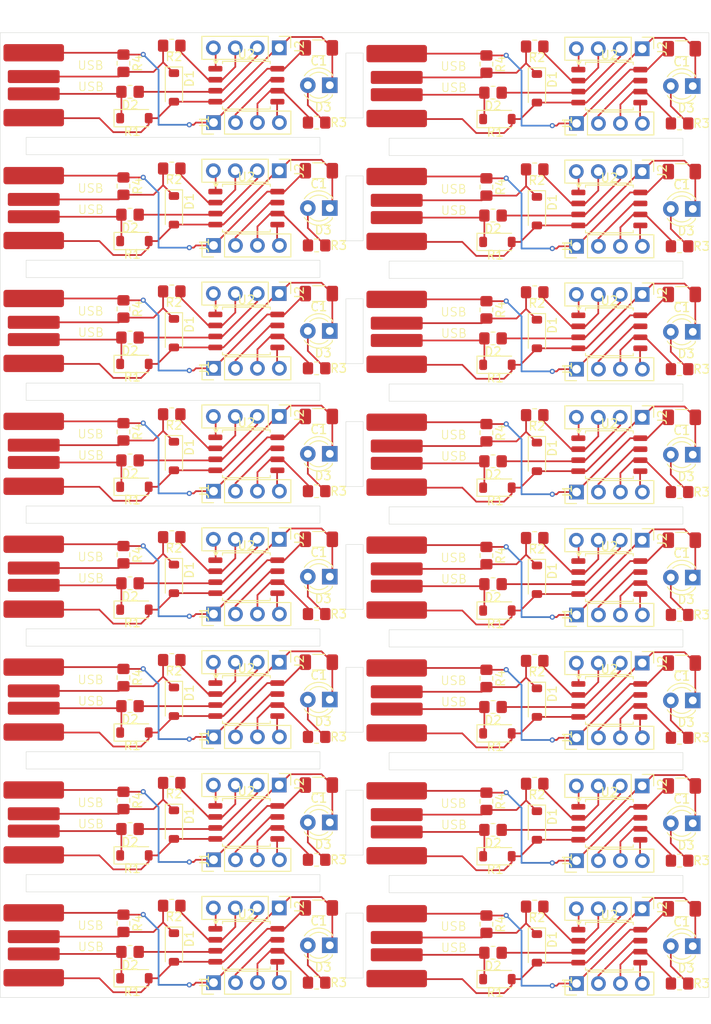
<source format=kicad_pcb>
(kicad_pcb (version 20241229) (generator "pcbnew") (generator_version "9.0")
  (layers (0 "F.Cu" signal) (2 "B.Cu" signal) (13 "F.Paste" user) (15 "B.Paste" user) (5 "F.SilkS" user "F.Silkscreen") (7 "B.SilkS" user "B.Silkscreen") (1 "F.Mask" user) (3 "B.Mask" user) (25 "Edge.Cuts" user))
  (net 0 "")
  (net 1 "GND")
  (net 2 "+5V")
  (net 3 "Net-(D1-K)")
  (net 4 "Net-(D2-K)")
  (net 5 "Net-(D3-A)")
  (net 6 "Net-(J1-Pin_4)")
  (net 7 "Net-(J1-Pin_2)")
  (net 8 "Net-(J1-Pin_3)")
  (net 9 "Net-(J2-Pin_4)")
  (net 10 "Net-(J2-Pin_3)")
  (net 11 "Net-(J2-Pin_2)")
  (footprint "Resistor_SMD:R_0805_2012Metric_Pad1.20x1.40mm_HandSolder" (layer "F.Cu") (at 139.31025 67.558 180)
    (property "Reference" "R3")
    (property "Value" "330R")
  )
  (footprint "Diode_SMD:D_SOD-123" (layer "F.Cu") (at 164.80025 120.394 -90)
    (property "Reference" "D1")
    (property "Value" "3V6")
  )
  (footprint "Package_SO:SOIC-8_5.3x5.3mm_P1.27mm" (layer "F.Cu") (at 131.18225 91.64)
    (property "Reference" "U2")
    (property "Value" "ATtiny85-20S")
  )
  (footprint "Resistor_SMD:R_0805_2012Metric_Pad1.20x1.40mm_HandSolder" (layer "F.Cu") (at 139.31025 81.758 180)
    (property "Reference" "R3")
    (property "Value" "330R")
  )
  (footprint "Package_SO:SOIC-8_5.3x5.3mm_P1.27mm" (layer "F.Cu") (at 173.18225 105.94)
    (property "Reference" "U2")
    (property "Value" "ATtiny85-20S")
  )
  (footprint "Resistor_SMD:R_0805_2012Metric_Pad1.20x1.40mm_HandSolder" (layer "F.Cu") (at 181.31025 152.858 180)
    (property "Reference" "R3")
    (property "Value" "330R")
  )
  (footprint "Resistor_SMD:R_0805_2012Metric_Pad1.20x1.40mm_HandSolder" (layer "F.Cu") (at 181.31025 124.458 180)
    (property "Reference" "R3")
    (property "Value" "330R")
  )
  (footprint "Resistor_SMD:R_0805_2012Metric_Pad1.20x1.40mm_HandSolder" (layer "F.Cu") (at 122.54625 143.868 180)
    (property "Reference" "R2")
    (property "Value" "68R")
  )
  (footprint "Diode_SMD:D_SOD-123" (layer "F.Cu") (at 122.80025 77.694 -90)
    (property "Reference" "D1")
    (property "Value" "3V6")
  )
  (footprint "Connector_PinHeader_2.54mm:PinHeader_1x04_P2.54mm_Vertical" (layer "F.Cu") (at 176.98225 101.622 -90)
    (property "Reference" "J2")
    (property "Value" "Conn_01x04")
  )
  (footprint "Resistor_SMD:R_0805_2012Metric_Pad1.20x1.40mm_HandSolder" (layer "F.Cu") (at 158.95825 131.8 -90)
    (property "Reference" "R4")
    (property "Value" "1k5")
  )
  (footprint "Resistor_SMD:R_0805_2012Metric_Pad1.20x1.40mm_HandSolder" (layer "F.Cu") (at 158.95825 103.4 -90)
    (property "Reference" "R4")
    (property "Value" "1k5")
  )
  (footprint "Capacitor_SMD:C_1206_3216Metric_Pad1.33x1.80mm_HandSolder" (layer "F.Cu") (at 139.56425 129.922)
    (property "Reference" "C1")
    (property "Value" "100n")
  )
  (footprint "Package_SO:SOIC-8_5.3x5.3mm_P1.27mm" (layer "F.Cu") (at 131.18225 63.24)
    (property "Reference" "U2")
    (property "Value" "ATtiny85-20S")
  )
  (footprint "first_run_lib:PSB_USB_connector" (layer "F.Cu") (at 106.57575 105.84)
    (property "Reference" "USB")
    (property "Value" "~")
  )
  (footprint "Connector_PinHeader_2.54mm:PinHeader_1x04_P2.54mm_Vertical" (layer "F.Cu") (at 169.38225 124.458 90)
    (property "Reference" "J1")
    (property "Value" "Conn_01x04")
  )
  (footprint "Diode_SMD:D_SOD-123" (layer "F.Cu") (at 164.80025 91.994 -90)
    (property "Reference" "D1")
    (property "Value" "3V6")
  )
  (footprint "LED_THT:LED_D3.0mm" (layer "F.Cu") (at 182.83425 91.74 180)
    (property "Reference" "D3")
    (property "Value" "LED")
  )
  (footprint "Package_SO:SOIC-8_5.3x5.3mm_P1.27mm" (layer "F.Cu") (at 131.18225 120.04)
    (property "Reference" "U2")
    (property "Value" "ATtiny85-20S")
  )
  (footprint "LED_THT:LED_D3.0mm" (layer "F.Cu") (at 140.83425 148.44 180)
    (property "Reference" "D3")
    (property "Value" "LED")
  )
  (footprint "Package_SO:SOIC-8_5.3x5.3mm_P1.27mm" (layer "F.Cu") (at 131.18225 105.84)
    (property "Reference" "U2")
    (property "Value" "ATtiny85-20S")
  )
  (footprint "Diode_SMD:D_SOD-123" (layer "F.Cu") (at 122.80025 134.494 -90)
    (property "Reference" "D1")
    (property "Value" "3V6")
  )
  (footprint "Resistor_SMD:R_0805_2012Metric_Pad1.20x1.40mm_HandSolder" (layer "F.Cu") (at 164.54625 101.368 180)
    (property "Reference" "R2")
    (property "Value" "68R")
  )
  (footprint "Connector_PinHeader_2.54mm:PinHeader_1x04_P2.54mm_Vertical" (layer "F.Cu") (at 127.38225 67.558 90)
    (property "Reference" "J1")
    (property "Value" "Conn_01x04")
  )
  (footprint "Resistor_SMD:R_0805_2012Metric_Pad1.20x1.40mm_HandSolder" (layer "F.Cu") (at 159.72025 135.102 180)
    (property "Reference" "R1")
    (property "Value" "68R")
  )
  (footprint "Resistor_SMD:R_0805_2012Metric_Pad1.20x1.40mm_HandSolder" (layer "F.Cu") (at 159.72025 120.902 180)
    (property "Reference" "R1")
    (property "Value" "68R")
  )
  (footprint "Capacitor_SMD:C_1206_3216Metric_Pad1.33x1.80mm_HandSolder" (layer "F.Cu") (at 181.56425 73.222)
    (property "Reference" "C1")
    (property "Value" "100n")
  )
  (footprint "Diode_SMD:D_SOD-123" (layer "F.Cu") (at 118.22825 95.45)
    (property "Reference" "D2")
    (property "Value" "3V6")
  )
  (footprint "Resistor_SMD:R_0805_2012Metric_Pad1.20x1.40mm_HandSolder" (layer "F.Cu") (at 181.31025 138.658 180)
    (property "Reference" "R3")
    (property "Value" "330R")
  )
  (footprint "Resistor_SMD:R_0805_2012Metric_Pad1.20x1.40mm_HandSolder" (layer "F.Cu") (at 117.72025 149.202 180)
    (property "Reference" "R1")
    (property "Value" "68R")
  )
  (footprint "Package_SO:SOIC-8_5.3x5.3mm_P1.27mm" (layer "F.Cu") (at 131.18225 77.44)
    (property "Reference" "U2")
    (property "Value" "ATtiny85-20S")
  )
  (footprint "Connector_PinHeader_2.54mm:PinHeader_1x04_P2.54mm_Vertical" (layer "F.Cu") (at 169.38225 81.858 90)
    (property "Reference" "J1")
    (property "Value" "Conn_01x04")
  )
  (footprint "Connector_PinHeader_2.54mm:PinHeader_1x04_P2.54mm_Vertical" (layer "F.Cu") (at 176.98225 115.822 -90)
    (property "Reference" "J2")
    (property "Value" "Conn_01x04")
  )
  (footprint "Capacitor_SMD:C_1206_3216Metric_Pad1.33x1.80mm_HandSolder" (layer "F.Cu") (at 181.56425 115.822)
    (property "Reference" "C1")
    (property "Value" "100n")
  )
  (footprint "Resistor_SMD:R_0805_2012Metric_Pad1.20x1.40mm_HandSolder" (layer "F.Cu") (at 117.72025 78.202 180)
    (property "Reference" "R1")
    (property "Value" "68R")
  )
  (footprint "Capacitor_SMD:C_1206_3216Metric_Pad1.33x1.80mm_HandSolder" (layer "F.Cu") (at 139.56425 144.122)
    (property "Reference" "C1")
    (property "Value" "100n")
  )
  (footprint "LED_THT:LED_D3.0mm" (layer "F.Cu") (at 182.83425 134.34 180)
    (property "Reference" "D3")
    (property "Value" "LED")
  )
  (footprint "Connector_PinHeader_2.54mm:PinHeader_1x04_P2.54mm_Vertical" (layer "F.Cu") (at 127.38225 53.358 90)
    (property "Reference" "J1")
    (property "Value" "Conn_01x04")
  )
  (footprint "Connector_PinHeader_2.54mm:PinHeader_1x04_P2.54mm_Vertical" (layer "F.Cu") (at 127.38225 95.958 90)
    (property "Reference" "J1")
    (property "Value" "Conn_01x04")
  )
  (footprint "Capacitor_SMD:C_1206_3216Metric_Pad1.33x1.80mm_HandSolder" (layer "F.Cu") (at 139.56425 44.722)
    (property "Reference" "C1")
    (property "Value" "100n")
  )
  (footprint "Diode_SMD:D_SOD-123" (layer "F.Cu") (at 122.80025 49.294 -90)
    (property "Reference" "D1")
    (property "Value" "3V6")
  )
  (footprint "Resistor_SMD:R_0805_2012Metric_Pad1.20x1.40mm_HandSolder" (layer "F.Cu") (at 159.72025 106.702 180)
    (property "Reference" "R1")
    (property "Value" "68R")
  )
  (footprint "first_run_lib:PSB_USB_connector" (layer "F.Cu") (at 106.57575 120.04)
    (property "Reference" "USB")
    (property "Value" "~")
  )
  (footprint "Connector_PinHeader_2.54mm:PinHeader_1x04_P2.54mm_Vertical" (layer "F.Cu") (at 127.38225 81.758 90)
    (property "Reference" "J1")
    (property "Value" "Conn_01x04")
  )
  (footprint "LED_THT:LED_D3.0mm" (layer "F.Cu") (at 140.83425 105.84 180)
    (property "Reference" "D3")
    (property "Value" "LED")
  )
  (footprint "Resistor_SMD:R_0805_2012Metric_Pad1.20x1.40mm_HandSolder" (layer "F.Cu") (at 158.95825 60.8 -90)
    (property "Reference" "R4")
    (property "Value" "1k5")
  )
  (footprint "LED_THT:LED_D3.0mm" (layer "F.Cu") (at 182.83425 77.54 180)
    (property "Reference" "D3")
    (property "Value" "LED")
  )
  (footprint "first_run_lib:PSB_USB_connector" (layer "F.Cu") (at 106.57575 134.24)
    (property "Reference" "USB")
    (property "Value" "~")
  )
  (footprint "Resistor_SMD:R_0805_2012Metric_Pad1.20x1.40mm_HandSolder" (layer "F.Cu") (at 117.72025 49.802 180)
    (property "Reference" "R1")
    (property "Value" "68R")
  )
  (footprint "Resistor_SMD:R_0805_2012Metric_Pad1.20x1.40mm_HandSolder" (layer "F.Cu") (at 164.54625 143.968 180)
    (property "Reference" "R2")
    (property "Value" "68R")
  )
  (footprint "Package_SO:SOIC-8_5.3x5.3mm_P1.27mm" (layer "F.Cu") (at 173.18225 91.74)
    (property "Reference" "U2")
    (property "Value" "ATtiny85-20S")
  )
  (footprint "Resistor_SMD:R_0805_2012Metric_Pad1.20x1.40mm_HandSolder" (layer "F.Cu") (at 164.54625 58.768 180)
    (property "Reference" "R2")
    (property "Value" "68R")
  )
  (footprint "Resistor_SMD:R_0805_2012Metric_Pad1.20x1.40mm_HandSolder" (layer "F.Cu") (at 164.54625 87.168 180)
    (property "Reference" "R2")
    (property "Value" "68R")
  )
  (footprint "Diode_SMD:D_SOD-123" (layer "F.Cu") (at 160.22825 67.15)
    (property "Reference" "D2")
    (property "Value" "3V6")
  )
  (footprint "Resistor_SMD:R_0805_2012Metric_Pad1.20x1.40mm_HandSolder" (layer "F.Cu") (at 164.54625 115.568 180)
    (property "Reference" "R2")
    (property "Value" "68R")
  )
  (footprint "Connector_PinHeader_2.54mm:PinHeader_1x04_P2.54mm_Vertical" (layer "F.Cu") (at 134.98225 73.122 -90)
    (property "Reference" "J2")
    (property "Value" "Conn_01x04")
  )
  (footprint "Resistor_SMD:R_0805_2012Metric_Pad1.20x1.40mm_HandSolder" (layer "F.Cu") (at 159.72025 92.502 180)
    (property "Reference" "R1")
    (property "Value" "68R")
  )
  (footprint "LED_THT:LED_D3.0mm" (layer "F.Cu") (at 140.83425 49.04 180)
    (property "Reference" "D3")
    (property "Value" "LED")
  )
  (footprint "first_run_lib:PSB_USB_connector" (layer "F.Cu") (at 148.57575 105.94)
    (property "Reference" "USB")
    (property "Value" "~")
  )
  (footprint "Connector_PinHeader_2.54mm:PinHeader_1x04_P2.54mm_Vertical" (layer "F.Cu") (at 134.98225 44.722 -90)
    (property "Reference" "J2")
    (property "Value" "Conn_01x04" (hide yes))
  )
  (footprint "Diode_SMD:D_SOD-123" (layer "F.Cu") (at 160.22825 52.95)
    (property "Reference" "D2")
    (property "Value" "3V6")
  )
  (footprint "Resistor_SMD:R_0805_2012Metric_Pad1.20x1.40mm_HandSolder" (layer "F.Cu") (at 181.31025 67.658 180)
    (property "Reference" "R3")
    (property "Value" "330R")
  )
  (footprint "Resistor_SMD:R_0805_2012Metric_Pad1.20x1.40mm_HandSolder" (layer "F.Cu") (at 159.72025 49.902 180)
    (property "Reference" "R1")
    (property "Value" "68R")
  )
  (footprint "Diode_SMD:D_SOD-123" (layer "F.Cu") (at 160.22825 81.35)
    (property "Reference" "D2")
    (property "Value" "3V6")
  )
  (footprint "Package_SO:SOIC-8_5.3x5.3mm_P1.27mm" (layer "F.Cu") (at 173.18225 63.34)
    (property "Reference" "U2")
    (property "Value" "ATtiny85-20S")
  )
  (footprint "Diode_SMD:D_SOD-123" (layer "F.Cu") (at 118.22825 67.05)
    (property "Reference" "D2")
    (property "Value" "3V6")
  )
  (footprint "Resistor_SMD:R_0805_2012Metric_Pad1.20x1.40mm_HandSolder" (layer "F.Cu") (at 116.95825 145.9 -90)
    (property "Reference" "R4")
    (property "Value" "1k5")
  )
  (footprint "Connector_PinHeader_2.54mm:PinHeader_1x04_P2.54mm_Vertical" (layer "F.Cu") (at 176.98225 144.222 -90)
    (property "Reference" "J2")
    (property "Value" "Conn_01x04")
  )
  (footprint "Connector_PinHeader_2.54mm:PinHeader_1x04_P2.54mm_Vertical" (layer "F.Cu") (at 134.98225 129.922 -90)
    (property "Reference" "J2")
    (property "Value" "Conn_01x04")
  )
  (footprint "Diode_SMD:D_SOD-123" (layer "F.Cu") (at 122.80025 148.694 -90)
    (property "Reference" "D1")
    (property "Value" "3V6")
  )
  (footprint "Resistor_SMD:R_0805_2012Metric_Pad1.20x1.40mm_HandSolder" (layer "F.Cu") (at 117.72025 120.802 180)
    (property "Reference" "R1")
    (property "Value" "68R")
  )
  (footprint "Connector_PinHeader_2.54mm:PinHeader_1x04_P2.54mm_Vertical" (layer "F.Cu") (at 127.38225 152.758 90)
    (property "Reference" "J1")
    (property "Value" "Conn_01x04")
  )
  (footprint "first_run_lib:PSB_USB_connector" (layer "F.Cu") (at 106.57575 49.04)
    (property "Reference" "USB")
    (property "Value" "~")
  )
  (footprint "Capacitor_SMD:C_1206_3216Metric_Pad1.33x1.80mm_HandSolder" (layer "F.Cu") (at 181.56425 144.222)
    (property "Reference" "C1")
    (property "Value" "100n")
  )
  (footprint "LED_THT:LED_D3.0mm" (layer "F.Cu") (at 140.83425 134.24 180)
    (property "Reference" "D3")
    (property "Value" "LED")
  )
  (footprint "Connector_PinHeader_2.54mm:PinHeader_1x04_P2.54mm_Vertical" (layer "F.Cu") (at 176.98225 73.222 -90)
    (property "Reference" "J2")
    (property "Value" "Conn_01x04")
  )
  (footprint "Diode_SMD:D_SOD-123" (layer "F.Cu") (at 118.22825 52.85)
    (property "Reference" "D2")
    (property "Value" "3V6")
  )
  (footprint "Resistor_SMD:R_0805_2012Metric_Pad1.20x1.40mm_HandSolder" (layer "F.Cu") (at 158.95825 117.6 -90)
    (property "Reference" "R4")
    (property "Value" "1k5")
  )
  (footprint "first_run_lib:PSB_USB_connector" (layer "F.Cu") (at 148.57575 49.14)
    (property "Reference" "USB")
    (property "Value" "~")
  )
  (footprint "first_run_lib:PSB_USB_connector" (layer "F.Cu") (at 148.57575 63.34)
    (property "Reference" "USB")
    (property "Value" "~")
  )
  (footprint "Resistor_SMD:R_0805_2012Metric_Pad1.20x1.40mm_HandSolder" (layer "F.Cu") (at 139.31025 53.358 180)
    (property "Reference" "R3")
    (property "Value" "330R")
  )
  (footprint "first_run_lib:PSB_USB_connector" (layer "F.Cu") (at 148.57575 91.74)
    (property "Reference" "USB")
    (property "Value" "~")
  )
  (footprint "Package_SO:SOIC-8_5.3x5.3mm_P1.27mm" (layer "F.Cu") (at 131.18225 49.04)
    (property "Reference" "U2")
    (property "Value" "ATtiny85-20S")
  )
  (footprint "Diode_SMD:D_SOD-123" (layer "F.Cu") (at 122.80025 91.894 -90)
    (property "Reference" "D1")
    (property "Value" "3V6")
  )
  (footprint "Resistor_SMD:R_0805_2012Metric_Pad1.20x1.40mm_HandSolder" (layer "F.Cu") (at 159.72025 78.302 180)
    (property "Reference" "R1")
    (property "Value" "68R")
  )
  (footprint "Resistor_SMD:R_0805_2012Metric_Pad1.20x1.40mm_HandSolder" (layer "F.Cu") (at 158.95825 46.6 -90)
    (property "Reference" "R4")
    (property "Value" "1k5")
  )
  (footprint "Diode_SMD:D_SOD-123" (layer "F.Cu") (at 164.80025 134.594 -90)
    (property "Reference" "D1")
    (property "Value" "3V6")
  )
  (footprint "LED_THT:LED_D3.0mm" (layer "F.Cu") (at 140.83425 91.64 180)
    (property "Reference" "D3")
    (property "Value" "LED")
  )
  (footprint "Resistor_SMD:R_0805_2012Metric_Pad1.20x1.40mm_HandSolder" (layer "F.Cu") (at 159.72025 64.102 180)
    (property "Reference" "R1")
    (property "Value" "68R")
  )
  (footprint "Capacitor_SMD:C_1206_3216Metric_Pad1.33x1.80mm_HandSolder" (layer "F.Cu") (at 139.56425 87.322)
    (property "Reference" "C1")
    (property "Value" "100n")
  )
  (footprint "Capacitor_SMD:C_1206_3216Metric_Pad1.33x1.80mm_HandSolder" (layer "F.Cu") (at 139.56425 73.122)
    (property "Reference" "C1")
    (property "Value" "100n")
  )
  (footprint "LED_THT:LED_D3.0mm" (layer "F.Cu") (at 182.83425 49.14 180)
    (property "Reference" "D3")
    (property "Value" "LED")
  )
  (footprint "Connector_PinHeader_2.54mm:PinHeader_1x04_P2.54mm_Vertical" (layer "F.Cu") (at 169.38225 138.658 90)
    (property "Reference" "J1")
    (property "Value" "Conn_01x04")
  )
  (footprint "Resistor_SMD:R_0805_2012Metric_Pad1.20x1.40mm_HandSolder" (layer "F.Cu") (at 158.95825 75 -90)
    (property "Reference" "R4")
    (property "Value" "1k5")
  )
  (footprint "Resistor_SMD:R_0805_2012Metric_Pad1.20x1.40mm_HandSolder" (layer "F.Cu") (at 158.95825 146 -90)
    (property "Reference" "R4")
    (property "Value" "1k5")
  )
  (footprint "Package_SO:SOIC-8_5.3x5.3mm_P1.27mm" (layer "F.Cu") (at 173.18225 77.54)
    (property "Reference" "U2")
    (property "Value" "ATtiny85-20S")
  )
  (footprint "first_run_lib:PSB_USB_connector" (layer "F.Cu") (at 106.57575 148.44)
    (property "Reference" "USB")
    (property "Value" "~")
  )
  (footprint "Diode_SMD:D_SOD-123" (layer "F.Cu") (at 164.80025 148.794 -90)
    (property "Reference" "D1")
    (property "Value" "3V6")
  )
  (footprint "Resistor_SMD:R_0805_2012Metric_Pad1.20x1.40mm_HandSolder" (layer "F.Cu") (at 158.95825 89.2 -90)
    (property "Reference" "R4")
    (property "Value" "1k5")
  )
  (footprint "Diode_SMD:D_SOD-123" (layer "F.Cu") (at 164.80025 49.394 -90)
    (property "Reference" "D1")
    (property "Value" "3V6")
  )
  (footprint "Diode_SMD:D_SOD-123" (layer "F.Cu") (at 160.22825 95.55)
    (property "Reference" "D2")
    (property "Value" "3V6")
  )
  (footprint "Package_SO:SOIC-8_5.3x5.3mm_P1.27mm" (layer "F.Cu") (at 173.18225 49.14)
    (property "Reference" "U2")
    (property "Value" "ATtiny85-20S")
  )
  (footprint "first_run_lib:PSB_USB_connector" (layer "F.Cu") (at 148.57575 134.34)
    (property "Reference" "USB")
    (property "Value" "~")
  )
  (footprint "Diode_SMD:D_SOD-123" (layer "F.Cu") (at 122.80025 63.494 -90)
    (property "Reference" "D1")
    (property "Value" "3V6")
  )
  (footprint "Connector_PinHeader_2.54mm:PinHeader_1x04_P2.54mm_Vertical" (layer "F.Cu") (at 134.98225 87.322 -90)
    (property "Reference" "J2")
    (property "Value" "Conn_01x04")
  )
  (footprint "Resistor_SMD:R_0805_2012Metric_Pad1.20x1.40mm_HandSolder" (layer "F.Cu") (at 117.72025 64.002 180)
    (property "Reference" "R1")
    (property "Value" "68R")
  )
  (footprint "Diode_SMD:D_SOD-123" (layer "F.Cu") (at 160.22825 109.75)
    (property "Reference" "D2")
    (property "Value" "3V6")
  )
  (footprint "Connector_PinHeader_2.54mm:PinHeader_1x04_P2.54mm_Vertical" (layer "F.Cu") (at 127.38225 110.158 90)
    (property "Reference" "J1")
    (property "Value" "Conn_01x04")
  )
  (footprint "Resistor_SMD:R_0805_2012Metric_Pad1.20x1.40mm_HandSolder" (layer "F.Cu") (at 116.95825 103.3 -90)
    (property "Reference" "R4")
    (property "Value" "1k5")
  )
  (footprint "Capacitor_SMD:C_1206_3216Metric_Pad1.33x1.80mm_HandSolder" (layer "F.Cu") (at 181.56425 59.022)
    (property "Reference" "C1")
    (property "Value" "100n")
  )
  (footprint "Connector_PinHeader_2.54mm:PinHeader_1x04_P2.54mm_Vertical" (layer "F.Cu") (at 169.38225 67.658 90)
    (property "Reference" "J1")
    (property "Value" "Conn_01x04")
  )
  (footprint "Resistor_SMD:R_0805_2012Metric_Pad1.20x1.40mm_HandSolder" (layer "F.Cu") (at 139.31025 138.558 180)
    (property "Reference" "R3")
    (property "Value" "330R")
  )
  (footprint "Diode_SMD:D_SOD-123" (layer "F.Cu") (at 118.22825 152.25)
    (property "Reference" "D2")
    (property "Value" "3V6")
  )
  (footprint "Capacitor_SMD:C_1206_3216Metric_Pad1.33x1.80mm_HandSolder" (layer "F.Cu") (at 181.56425 130.022)
    (property "Reference" "C1")
    (property "Value" "100n")
  )
  (footprint "Diode_SMD:D_SOD-123" (layer "F.Cu") (at 160.22825 152.35)
    (property "Reference" "D2")
    (property "Value" "3V6")
  )
  (footprint "Connector_PinHeader_2.54mm:PinHeader_1x04_P2.54mm_Vertical" (layer "F.Cu") (at 127.38225 124.358 90)
    (property "Reference" "J1")
    (property "Value" "Conn_01x04")
  )
  (footprint "Diode_SMD:D_SOD-123" (layer "F.Cu") (at 118.22825 81.25)
    (property "Reference" "D2")
    (property "Value" "3V6")
  )
  (footprint "Resistor_SMD:R_0805_2012Metric_Pad1.20x1.40mm_HandSolder" (layer "F.Cu") (at 181.31025 53.458 180)
    (property "Reference" "R3")
    (property "Value" "330R")
  )
  (footprint "LED_THT:LED_D3.0mm" (layer "F.Cu") (at 140.83425 120.04 180)
    (property "Reference" "D3")
    (property "Value" "LED")
  )
  (footprint "Package_SO:SOIC-8_5.3x5.3mm_P1.27mm" (layer "F.Cu") (at 173.18225 134.34)
    (property "Reference" "U2")
    (property "Value" "ATtiny85-20S")
  )
  (footprint "Resistor_SMD:R_0805_2012Metric_Pad1.20x1.40mm_HandSolder" (layer "F.Cu") (at 116.95825 74.9 -90)
    (property "Reference" "R4")
    (property "Value" "1k5")
  )
  (footprint "LED_THT:LED_D3.0mm" (layer "F.Cu") (at 140.83425 63.24 180)
    (property "Reference" "D3")
    (property "Value" "LED")
  )
  (footprint "Resistor_SMD:R_0805_2012Metric_Pad1.20x1.40mm_HandSolder" (layer "F.Cu") (at 122.54625 44.468 180)
    (property "Reference" "R2")
    (property "Value" "68R" (hide yes))
  )
  (footprint "LED_THT:LED_D3.0mm" (layer "F.Cu") (at 140.83425 77.44 180)
    (property "Reference" "D3")
    (property "Value" "LED")
  )
  (footprint "Capacitor_SMD:C_1206_3216Metric_Pad1.33x1.80mm_HandSolder" (layer "F.Cu") (at 181.56425 101.622)
    (property "Reference" "C1")
    (property "Value" "100n")
  )
  (footprint "Package_SO:SOIC-8_5.3x5.3mm_P1.27mm" (layer "F.Cu") (at 131.18225 134.24)
    (property "Reference" "U2")
    (property "Value" "ATtiny85-20S")
  )
  (footprint "Connector_PinHeader_2.54mm:PinHeader_1x04_P2.54mm_Vertical" (layer "F.Cu") (at 169.38225 110.258 90)
    (property "Reference" "J1")
    (property "Value" "Conn_01x04")
  )
  (footprint "Capacitor_SMD:C_1206_3216Metric_Pad1.33x1.80mm_HandSolder" (layer "F.Cu") (at 181.56425 44.822)
    (property "Reference" "C1")
    (property "Value" "100n")
  )
  (footprint "Resistor_SMD:R_0805_2012Metric_Pad1.20x1.40mm_HandSolder" (layer "F.Cu") (at 122.54625 72.868 180)
    (property "Reference" "R2")
    (property "Value" "68R")
  )
  (footprint "Resistor_SMD:R_0805_2012Metric_Pad1.20x1.40mm_HandSolder" (layer "F.Cu") (at 181.31025 96.058 180)
    (property "Reference" "R3")
    (property "Value" "330R")
  )
  (footprint "first_run_lib:PSB_USB_connector" (layer "F.Cu") (at 148.57575 148.54)
    (property "Reference" "USB")
    (property "Value" "~")
  )
  (footprint "Diode_SMD:D_SOD-123" (layer "F.Cu") (at 118.22825 109.65)
    (property "Reference" "D2")
    (property "Value" "3V6")
  )
  (footprint "Diode_SMD:D_SOD-123" (layer "F.Cu") (at 160.22825 123.95)
    (property "Reference" "D2")
    (property "Value" "3V6")
  )
  (footprint "Resistor_SMD:R_0805_2012Metric_Pad1.20x1.40mm_HandSolder" (layer "F.Cu") (at 159.72025 149.302 180)
    (property "Reference" "R1")
    (property "Value" "68R")
  )
  (footprint "LED_THT:LED_D3.0mm" (layer "F.Cu") (at 182.83425 148.54 180)
    (property "Reference" "D3")
    (property "Value" "LED")
  )
  (footprint "Connector_PinHeader_2.54mm:PinHeader_1x04_P2.54mm_Vertical" (layer "F.Cu") (at 134.98225 101.522 -90)
    (property "Reference" "J2")
    (property "Value" "Conn_01x04")
  )
  (footprint "Resistor_SMD:R_0805_2012Metric_Pad1.20x1.40mm_HandSolder" (layer "F.Cu") (at 117.72025 106.602 180)
    (property "Reference" "R1")
    (property "Value" "68R")
  )
  (footprint "Resistor_SMD:R_0805_2012Metric_Pad1.20x1.40mm_HandSolder" (layer "F.Cu") (at 139.31025 95.958 180)
    (property "Reference" "R3")
    (property "Value" "330R")
  )
  (footprint "Resistor_SMD:R_0805_2012Metric_Pad1.20x1.40mm_HandSolder" (layer "F.Cu") (at 116.95825 131.7 -90)
    (property "Reference" "R4")
    (property "Value" "1k5")
  )
  (footprint "Connector_PinHeader_2.54mm:PinHeader_1x04_P2.54mm_Vertical" (layer "F.Cu") (at 169.38225 53.458 90)
    (property "Reference" "J1")
    (property "Value" "Conn_01x04")
  )
  (footprint "Resistor_SMD:R_0805_2012Metric_Pad1.20x1.40mm_HandSolder" (layer "F.Cu") (at 116.95825 46.5 -90)
    (property "Reference" "R4")
    (property "Value" "1k5")
  )
  (footprint "Connector_PinHeader_2.54mm:PinHeader_1x04_P2.54mm_Vertical" (layer "F.Cu") (at 134.98225 144.122 -90)
    (property "Reference" "J2")
    (property "Value" "Conn_01x04")
  )
  (footprint "Diode_SMD:D_SOD-123" (layer "F.Cu") (at 122.80025 106.094 -90)
    (property "Reference" "D1")
    (property "Value" "3V6")
  )
  (footprint "Resistor_SMD:R_0805_2012Metric_Pad1.20x1.40mm_HandSolder" (layer "F.Cu") (at 116.95825 89.1 -90)
    (property "Reference" "R4")
    (property "Value" "1k5")
  )
  (footprint "Resistor_SMD:R_0805_2012Metric_Pad1.20x1.40mm_HandSolder" (layer "F.Cu") (at 122.54625 58.668 180)
    (property "Reference" "R2")
    (property "Value" "68R")
  )
  (footprint "Resistor_SMD:R_0805_2012Metric_Pad1.20x1.40mm_HandSolder" (layer "F.Cu") (at 116.95825 60.7 -90)
    (property "Reference" "R4")
    (property "Value" "1k5")
  )
  (footprint "LED_THT:LED_D3.0mm" (layer "F.Cu") (at 182.83425 120.14 180)
    (property "Reference" "D3")
    (property "Value" "LED")
  )
  (footprint "Connector_PinHeader_2.54mm:PinHeader_1x04_P2.54mm_Vertical" (layer "F.Cu") (at 176.98225 130.022 -90)
    (property "Reference" "J2")
    (property "Value" "Conn_01x04")
  )
  (footprint "Connector_PinHeader_2.54mm:PinHeader_1x04_P2.54mm_Vertical" (layer "F.Cu") (at 176.98225 44.822 -90)
    (property "Reference" "J2")
    (property "Value" "Conn_01x04")
  )
  (footprint "Diode_SMD:D_SOD-123" (layer "F.Cu") (at 164.80025 77.794 -90)
    (property "Reference" "D1")
    (property "Value" "3V6")
  )
  (footprint "Resistor_SMD:R_0805_2012Metric_Pad1.20x1.40mm_HandSolder" (layer "F.Cu") (at 164.54625 72.968 180)
    (property "Reference" "R2")
    (property "Value" "68R")
  )
  (footprint "Resistor_SMD:R_0805_2012Metric_Pad1.20x1.40mm_HandSolder" (layer "F.Cu") (at 139.31025 110.158 180)
    (property "Reference" "R3")
    (property "Value" "330R")
  )
  (footprint "Connector_PinHeader_2.54mm:PinHeader_1x04_P2.54mm_Vertical" (layer "F.Cu") (at 127.38225 138.558 90)
    (property "Reference" "J1")
    (property "Value" "Conn_01x04")
  )
  (footprint "Resistor_SMD:R_0805_2012Metric_Pad1.20x1.40mm_HandSolder" (layer "F.Cu") (at 181.31025 110.258 180)
    (property "Reference" "R3")
    (property "Value" "330R")
  )
  (footprint "first_run_lib:PSB_USB_connector" (layer "F.Cu") (at 148.57575 120.14)
    (property "Reference" "USB")
    (property "Value" "~")
  )
  (footprint "Connector_PinHeader_2.54mm:PinHeader_1x04_P2.54mm_Vertical" (layer "F.Cu") (at 176.98225 87.422 -90)
    (property "Reference" "J2")
    (property "Value" "Conn_01x04")
  )
  (footprint "Capacitor_SMD:C_1206_3216Metric_Pad1.33x1.80mm_HandSolder" (layer "F.Cu") (at 139.56425 101.522)
    (property "Reference" "C1")
    (property "Value" "100n")
  )
  (footprint "Connector_PinHeader_2.54mm:PinHeader_1x04_P2.54mm_Vertical" (layer "F.Cu") (at 176.98225 59.022 -90)
    (property "Reference" "J2")
    (property "Value" "Conn_01x04")
  )
  (footprint "Resistor_SMD:R_0805_2012Metric_Pad1.20x1.40mm_HandSolder" (layer "F.Cu") (at 117.72025 92.402 180)
    (property "Reference" "R1")
    (property "Value" "68R")
  )
  (footprint "Connector_PinHeader_2.54mm:PinHeader_1x04_P2.54mm_Vertical" (layer "F.Cu") (at 169.38225 96.058 90)
    (property "Reference" "J1")
    (property "Value" "Conn_01x04")
  )
  (footprint "Diode_SMD:D_SOD-123" (layer "F.Cu") (at 118.22825 138.05)
    (property "Reference" "D2")
    (property "Value" "3V6")
  )
  (footprint "Resistor_SMD:R_0805_2012Metric_Pad1.20x1.40mm_HandSolder" (layer "F.Cu") (at 139.31025 124.358 180)
    (property "Reference" "R3")
    (property "Value" "330R")
  )
  (footprint "Package_SO:SOIC-8_5.3x5.3mm_P1.27mm" (layer "F.Cu") (at 131.18225 148.44)
    (property "Reference" "U2")
    (property "Value" "ATtiny85-20S")
  )
  (footprint "Resistor_SMD:R_0805_2012Metric_Pad1.20x1.40mm_HandSolder" (layer "F.Cu") (at 164.54625 44.568 180)
    (property "Reference" "R2")
    (property "Value" "68R")
  )
  (footprint "first_run_lib:PSB_USB_connector" (layer "F.Cu") (at 106.57575 77.44)
    (property "Reference" "USB")
    (property "Value" "~")
  )
  (footprint "Resistor_SMD:R_0805_2012Metric_Pad1.20x1.40mm_HandSolder" (layer "F.Cu") (at 117.72025 135.002 180)
    (property "Reference" "R1")
    (property "Value" "68R")
  )
  (footprint "Connector_PinHeader_2.54mm:PinHeader_1x04_P2.54mm_Vertical" (layer "F.Cu") (at 169.38225 152.858 90)
    (property "Reference" "J1")
    (property "Value" "Conn_01x04")
  )
  (footprint "Resistor_SMD:R_0805_2012Metric_Pad1.20x1.40mm_HandSolder" (layer "F.Cu") (at 139.31025 152.758 180)
    (property "Reference" "R3")
    (property "Value" "330R")
  )
  (footprint "Resistor_SMD:R_0805_2012Metric_Pad1.20x1.40mm_HandSolder" (layer "F.Cu") (at 164.54625 129.768 180)
    (property "Reference" "R2")
    (property "Value" "68R")
  )
  (footprint "Resistor_SMD:R_0805_2012Metric_Pad1.20x1.40mm_HandSolder" (layer "F.Cu") (at 122.54625 101.268 180)
    (property "Reference" "R2")
    (property "Value" "68R")
  )
  (footprint "Resistor_SMD:R_0805_2012Metric_Pad1.20x1.40mm_HandSolder" (layer "F.Cu") (at 116.95825 117.5 -90)
    (property "Reference" "R4")
    (property "Value" "1k5")
  )
  (footprint "first_run_lib:PSB_USB_connector" (layer "F.Cu") (at 106.57575 91.64)
    (property "Reference" "USB")
    (property "Value" "~")
  )
  (footprint "Diode_SMD:D_SOD-123" (layer "F.Cu") (at 118.22825 123.85)
    (property "Reference" "D2")
    (property "Value" "3V6")
  )
  (footprint "LED_THT:LED_D3.0mm" (layer "F.Cu") (at 182.83425 105.94 180)
    (property "Reference" "D3")
    (property "Value" "LED")
  )
  (footprint "Diode_SMD:D_SOD-123" (layer "F.Cu") (at 122.80025 120.294 -90)
    (property "Reference" "D1")
    (property "Value" "3V6")
  )
  (footprint "Diode_SMD:D_SOD-123" (layer "F.Cu") (at 164.80025 63.594 -90)
    (property "Reference" "D1")
    (property "Value" "3V6")
  )
  (footprint "Resistor_SMD:R_0805_2012Metric_Pad1.20x1.40mm_HandSolder" (layer "F.Cu") (at 122.54625 129.668 180)
    (property "Reference" "R2")
    (property "Value" "68R")
  )
  (footprint "Diode_SMD:D_SOD-123" (layer "F.Cu") (at 164.80025 106.194 -90)
    (property "Reference" "D1")
    (property "Value" "3V6")
  )
  (footprint "Resistor_SMD:R_0805_2012Metric_Pad1.20x1.40mm_HandSolder" (layer "F.Cu") (at 122.54625 115.468 180)
    (property "Reference" "R2")
    (property "Value" "68R")
  )
  (footprint "Resistor_SMD:R_0805_2012Metric_Pad1.20x1.40mm_HandSolder" (layer "F.Cu") (at 122.54625 87.068 180)
    (property "Reference" "R2")
    (property "Value" "68R")
  )
  (footprint "Package_SO:SOIC-8_5.3x5.3mm_P1.27mm" (layer "F.Cu") (at 173.18225 148.54)
    (property "Reference" "U2")
    (property "Value" "ATtiny85-20S")
  )
  (footprint "Connector_PinHeader_2.54mm:PinHeader_1x04_P2.54mm_Vertical" (layer "F.Cu") (at 134.98225 58.922 -90)
    (property "Reference" "J2")
    (property "Value" "Conn_01x04")
  )
  (footprint "Capacitor_SMD:C_1206_3216Metric_Pad1.33x1.80mm_HandSolder" (layer "F.Cu") (at 139.56425 58.922)
    (property "Reference" "C1")
    (property "Value" "100n")
  )
  (footprint "first_run_lib:PSB_USB_connector" (layer "F.Cu") (at 148.57575 77.54)
    (property "Reference" "USB")
    (property "Value" "~")
  )
  (footprint "Capacitor_SMD:C_1206_3216Metric_Pad1.33x1.80mm_HandSolder" (layer "F.Cu") (at 181.56425 87.422)
    (property "Reference" "C1")
    (property "Value" "100n")
  )
  (footprint "LED_THT:LED_D3.0mm" (layer "F.Cu") (at 182.83425 63.34 180)
    (property "Reference" "D3")
    (property "Value" "LED")
  )
  (footprint "Capacitor_SMD:C_1206_3216Metric_Pad1.33x1.80mm_HandSolder" (layer "F.Cu") (at 139.56425 115.722)
    (property "Reference" "C1")
    (property "Value" "100n")
  )
  (footprint "Diode_SMD:D_SOD-123" (layer "F.Cu") (at 160.22825 138.15)
    (property "Reference" "D2")
    (property "Value" "3V6")
  )
  (footprint "Connector_PinHeader_2.54mm:PinHeader_1x04_P2.54mm_Vertical" (layer "F.Cu") (at 134.98225 115.722 -90)
    (property "Reference" "J2")
    (property "Value" "Conn_01x04")
  )
  (footprint "Resistor_SMD:R_0805_2012Metric_Pad1.20x1.40mm_HandSolder" (layer "F.Cu") (at 181.31025 81.858 180)
    (property "Reference" "R3")
    (property "Value" "330R")
  )
  (footprint "Package_SO:SOIC-8_5.3x5.3mm_P1.27mm" (layer "F.Cu") (at 173.18225 120.14)
    (property "Reference" "U2")
    (property "Value" "ATtiny85-20S")
  )
  (footprint "first_run_lib:PSB_USB_connector" (layer "F.Cu") (at 106.57575 63.24)
    (property "Reference" "USB")
    (property "Value" "~")
  )
  (gr_rect (start 147.69825 126.168) (end 181.69825 128.168) (stroke (width 0.05)) (fill no) (layer "Edge.Cuts"))
  (gr_rect (start 142.69825 73.718) (end 144.69825 81.218) (stroke (width 0.05)) (fill no) (layer "Edge.Cuts"))
  (gr_rect (start 105.69825 126.068) (end 139.69825 128.068) (stroke (width 0.05)) (fill no) (layer "Edge.Cuts"))
  (gr_rect (start 142.69825 87.918) (end 144.69825 95.418) (stroke (width 0.05)) (fill no) (layer "Edge.Cuts"))
  (gr_rect (start 105.69825 140.268) (end 139.69825 142.268) (stroke (width 0.05)) (fill no) (layer "Edge.Cuts"))
  (gr_rect (start 105.69825 83.468) (end 139.69825 85.468) (stroke (width 0.05)) (fill no) (layer "Edge.Cuts"))
  (gr_rect (start 105.69825 111.868) (end 139.69825 113.868) (stroke (width 0.05)) (fill no) (layer "Edge.Cuts"))
  (gr_rect (start 142.69825 45.318) (end 144.69825 52.818) (stroke (width 0.05)) (fill no) (layer "Edge.Cuts"))
  (gr_rect (start 147.69825 69.368) (end 181.69825 71.368) (stroke (width 0.05)) (fill no) (layer "Edge.Cuts"))
  (gr_rect (start 142.69825 144.718) (end 144.69825 152.218) (stroke (width 0.05)) (fill no) (layer "Edge.Cuts"))
  (gr_rect (start 142.69825 130.518) (end 144.69825 138.018) (stroke (width 0.05)) (fill no) (layer "Edge.Cuts"))
  (gr_rect (start 142.69825 116.318) (end 144.69825 123.818) (stroke (width 0.05)) (fill no) (layer "Edge.Cuts"))
  (gr_rect (start 142.69825 59.518) (end 144.69825 67.018) (stroke (width 0.05)) (fill no) (layer "Edge.Cuts"))
  (gr_rect (start 147.69825 111.968) (end 181.69825 113.968) (stroke (width 0.05)) (fill no) (layer "Edge.Cuts"))
  (gr_rect (start 102.69825 42.968) (end 184.69825 154.468) (stroke (width 0.05)) (fill no) (layer "Edge.Cuts"))
  (gr_rect (start 105.69825 69.268) (end 139.69825 71.268) (stroke (width 0.05)) (fill no) (layer "Edge.Cuts"))
  (gr_rect (start 147.69825 83.568) (end 181.69825 85.568) (stroke (width 0.05)) (fill no) (layer "Edge.Cuts"))
  (gr_rect (start 142.69825 102.118) (end 144.69825 109.618) (stroke (width 0.05)) (fill no) (layer "Edge.Cuts"))
  (gr_rect (start 147.69825 55.168) (end 181.69825 57.168) (stroke (width 0.05)) (fill no) (layer "Edge.Cuts"))
  (gr_rect (start 147.69825 97.768) (end 181.69825 99.768) (stroke (width 0.05)) (fill no) (layer "Edge.Cuts"))
  (gr_rect (start 105.69825 97.668) (end 139.69825 99.668) (stroke (width 0.05)) (fill no) (layer "Edge.Cuts"))
  (gr_rect (start 105.69825 55.068) (end 139.69825 57.068) (stroke (width 0.05)) (fill no) (layer "Edge.Cuts"))
  (gr_rect (start 147.69825 140.368) (end 181.69825 142.368) (stroke (width 0.05)) (fill no) (layer "Edge.Cuts"))
  (segment (start 181.87375 100.369) (end 183.12675 101.622) (width 0.2) (layer "F.Cu") (net 1))
  (segment (start 106.57575 123.79) (end 106.63575 123.85) (width 0.2) (layer "F.Cu") (net 1))
  (segment (start 183.12675 119.8475) (end 182.83425 120.14) (width 0.2) (layer "F.Cu") (net 1))
  (segment (start 114.16425 81.25) (end 115.78125 82.867) (width 0.2) (layer "F.Cu") (net 1))
  (segment (start 139.87375 71.869) (end 141.12675 73.122) (width 0.2) (layer "F.Cu") (net 1))
  (segment (start 134.73825 73.122) (end 134.98225 73.122) (width 0.2) (layer "F.Cu") (net 1))
  (segment (start 176.98225 144.222) (end 178.23525 142.969) (width 0.2) (layer "F.Cu") (net 1))
  (segment (start 181.87375 142.969) (end 183.12675 144.222) (width 0.2) (layer "F.Cu") (net 1))
  (segment (start 160.99025 54.567) (end 161.87825 53.679) (width 0.2) (layer "F.Cu") (net 1))
  (segment (start 164.80025 65.244) (end 165.18025 65.244) (width 0.2) (layer "F.Cu") (net 1))
  (segment (start 157.78125 82.967) (end 160.99025 82.967) (width 0.2) (layer "F.Cu") (net 1))
  (segment (start 156.16425 52.95) (end 157.78125 54.567) (width 0.2) (layer "F.Cu") (net 1))
  (segment (start 123.18025 93.544) (end 123.18125 93.545) (width 0.2) (layer "F.Cu") (net 1))
  (segment (start 119.87825 152.979) (end 119.87825 152.25) (width 0.2) (layer "F.Cu") (net 1))
  (segment (start 162.89425 67.15) (end 164.80025 65.244) (width 0.2) (layer "F.Cu") (net 1))
  (segment (start 169.59475 107.845) (end 170.51525 107.845) (width 0.2) (layer "F.Cu") (net 1))
  (segment (start 123.18025 150.344) (end 123.18125 150.345) (width 0.2) (layer "F.Cu") (net 1))
  (segment (start 134.73825 144.122) (end 134.98225 144.122) (width 0.2) (layer "F.Cu") (net 1))
  (segment (start 165.18025 79.444) (end 165.18125 79.445) (width 0.2) (layer "F.Cu") (net 1))
  (segment (start 141.12675 62.9475) (end 140.83425 63.24) (width 0.2) (layer "F.Cu") (net 1))
  (segment (start 141.12675 148.1475) (end 140.83425 148.44) (width 0.2) (layer "F.Cu") (net 1))
  (segment (start 181.87375 86.169) (end 183.12675 87.422) (width 0.2) (layer "F.Cu") (net 1))
  (segment (start 141.12675 73.122) (end 141.12675 77.1475) (width 0.2) (layer "F.Cu") (net 1))
  (segment (start 106.57575 137.99) (end 106.63575 138.05) (width 0.2) (layer "F.Cu") (net 1))
  (segment (start 160.99025 82.967) (end 161.87825 82.079) (width 0.2) (layer "F.Cu") (net 1))
  (segment (start 176.73825 101.622) (end 176.98225 101.622) (width 0.2) (layer "F.Cu") (net 1))
  (segment (start 127.59475 150.345) (end 128.51525 150.345) (width 0.2) (layer "F.Cu") (net 1))
  (segment (start 123.18125 65.145) (end 127.59475 65.145) (width 0.2) (layer "F.Cu") (net 1))
  (segment (start 139.87375 142.869) (end 141.12675 144.122) (width 0.2) (layer "F.Cu") (net 1))
  (segment (start 122.80025 121.944) (end 123.18025 121.944) (width 0.2) (layer "F.Cu") (net 1))
  (segment (start 176.98225 101.622) (end 178.23525 100.369) (width 0.2) (layer "F.Cu") (net 1))
  (segment (start 157.78125 111.367) (end 160.99025 111.367) (width 0.2) (layer "F.Cu") (net 1))
  (segment (start 169.59475 51.045) (end 170.51525 51.045) (width 0.2) (layer "F.Cu") (net 1))
  (segment (start 106.57575 152.19) (end 106.63575 152.25) (width 0.2) (layer "F.Cu") (net 1))
  (segment (start 136.23525 100.269) (end 139.87375 100.269) (width 0.2) (layer "F.Cu") (net 1))
  (segment (start 123.18125 93.545) (end 127.59475 93.545) (width 0.2) (layer "F.Cu") (net 1))
  (segment (start 114.16425 123.85) (end 115.78125 125.467) (width 0.2) (layer "F.Cu") (net 1))
  (segment (start 161.87825 110.479) (end 161.87825 109.75) (width 0.2) (layer "F.Cu") (net 1))
  (segment (start 162.89425 95.55) (end 164.80025 93.644) (width 0.2) (layer "F.Cu") (net 1))
  (segment (start 139.87375 86.069) (end 141.12675 87.322) (width 0.2) (layer "F.Cu") (net 1))
  (segment (start 128.51525 50.945) (end 134.73825 44.722) (width 0.2) (layer "F.Cu") (net 1))
  (segment (start 115.78125 97.067) (end 118.99025 97.067) (width 0.2) (layer "F.Cu") (net 1))
  (segment (start 161.87825 67.15) (end 162.89425 67.15) (width 0.2) (layer "F.Cu") (net 1))
  (segment (start 162.89425 109.75) (end 164.80025 107.844) (width 0.2) (layer "F.Cu") (net 1))
  (segment (start 136.23525 128.669) (end 139.87375 128.669) (width 0.2) (layer "F.Cu") (net 1))
  (segment (start 165.18025 93.644) (end 165.18125 93.645) (width 0.2) (layer "F.Cu") (net 1))
  (segment (start 157.78125 139.767) (end 160.99025 139.767) (width 0.2) (layer "F.Cu") (net 1))
  (segment (start 115.78125 68.667) (end 118.99025 68.667) (width 0.2) (layer "F.Cu") (net 1))
  (segment (start 176.98225 130.022) (end 178.23525 128.769) (width 0.2) (layer "F.Cu") (net 1))
  (segment (start 134.73825 58.922) (end 134.98225 58.922) (width 0.2) (layer "F.Cu") (net 1))
  (segment (start 165.18125 136.245) (end 169.59475 136.245) (width 0.2) (layer "F.Cu") (net 1))
  (segment (start 178.23525 142.969) (end 181.87375 142.969) (width 0.2) (layer "F.Cu") (net 1))
  (segment (start 134.73825 115.722) (end 134.98225 115.722) (width 0.2) (layer "F.Cu") (net 1))
  (segment (start 169.59475 136.245) (end 170.51525 136.245) (width 0.2) (layer "F.Cu") (net 1))
  (segment (start 123.18025 121.944) (end 123.18125 121.945) (width 0.2) (layer "F.Cu") (net 1))
  (segment (start 183.12675 48.8475) (end 182.83425 49.14) (width 0.2) (layer "F.Cu") (net 1))
  (segment (start 123.18125 79.345) (end 127.59475 79.345) (width 0.2) (layer "F.Cu") (net 1))
  (segment (start 183.12675 130.022) (end 183.12675 134.0475) (width 0.2) (layer "F.Cu") (net 1))
  (segment (start 119.87825 123.85) (end 120.89425 123.85) (width 0.2) (layer "F.Cu") (net 1))
  (segment (start 134.73825 101.522) (end 134.98225 101.522) (width 0.2) (layer "F.Cu") (net 1))
  (segment (start 156.16425 81.35) (end 157.78125 82.967) (width 0.2) (layer "F.Cu") (net 1))
  (segment (start 148.57575 109.69) (end 148.63575 109.75) (width 0.2) (layer "F.Cu") (net 1))
  (segment (start 134.98225 101.522) (end 136.23525 100.269) (width 0.2) (layer "F.Cu") (net 1))
  (segment (start 123.18025 136.144) (end 123.18125 136.145) (width 0.2) (layer "F.Cu") (net 1))
  (segment (start 164.80025 79.444) (end 165.18025 79.444) (width 0.2) (layer "F.Cu") (net 1))
  (segment (start 183.12675 148.2475) (end 182.83425 148.54) (width 0.2) (layer "F.Cu") (net 1))
  (segment (start 183.12675 87.422) (end 183.12675 91.4475) (width 0.2) (layer "F.Cu") (net 1))
  (segment (start 141.12675 48.7475) (end 140.83425 49.04) (width 0.2) (layer "F.Cu") (net 1))
  (segment (start 139.87375 43.469) (end 141.12675 44.722) (width 0.2) (layer "F.Cu") (net 1))
  (segment (start 122.80025 79.344) (end 123.18025 79.344) (width 0.2) (layer "F.Cu") (net 1))
  (segment (start 123.18025 79.344) (end 123.18125 79.345) (width 0.2) (layer "F.Cu") (net 1))
  (segment (start 128.51525 79.345) (end 134.73825 73.122) (width 0.2) (layer "F.Cu") (net 1))
  (segment (start 119.87825 67.05) (end 120.89425 67.05) (width 0.2) (layer "F.Cu") (net 1))
  (segment (start 127.59475 136.145) (end 128.51525 136.145) (width 0.2) (layer "F.Cu") (net 1))
  (segment (start 134.98225 87.322) (end 136.23525 86.069) (width 0.2) (layer "F.Cu") (net 1))
  (segment (start 136.23525 142.869) (end 139.87375 142.869) (width 0.2) (layer "F.Cu") (net 1))
  (segment (start 161.87825 52.95) (end 162.89425 52.95) (width 0.2) (layer "F.Cu") (net 1))
  (segment (start 157.78125 68.767) (end 160.99025 68.767) (width 0.2) (layer "F.Cu") (net 1))
  (segment (start 128.51525 121.945) (end 134.73825 115.722) (width 0.2) (layer "F.Cu") (net 1))
  (segment (start 122.80025 150.344) (end 123.18025 150.344) (width 0.2) (layer "F.Cu") (net 1))
  (segment (start 160.99025 139.767) (end 161.87825 138.879) (width 0.2) (layer "F.Cu") (net 1))
  (segment (start 118.99025 68.667) (end 119.87825 67.779) (width 0.2) (layer "F.Cu") (net 1))
  (segment (start 178.23525 57.769) (end 181.87375 57.769) (width 0.2) (layer "F.Cu") (net 1))
  (segment (start 114.16425 67.05) (end 115.78125 68.667) (width 0.2) (layer "F.Cu") (net 1))
  (segment (start 148.57575 123.89) (end 148.63575 123.95) (width 0.2) (layer "F.Cu") (net 1))
  (segment (start 134.98225 115.722) (end 136.23525 114.469) (width 0.2) (layer "F.Cu") (net 1))
  (segment (start 136.23525 57.669) (end 139.87375 57.669) (width 0.2) (layer "F.Cu") (net 1))
  (segment (start 183.12675 101.622) (end 183.12675 105.6475) (width 0.2) (layer "F.Cu") (net 1))
  (segment (start 118.99025 82.867) (end 119.87825 81.979) (width 0.2) (layer "F.Cu") (net 1))
  (segment (start 164.80025 107.844) (end 165.18025 107.844) (width 0.2) (layer "F.Cu") (net 1))
  (segment (start 183.12675 115.822) (end 183.12675 119.8475) (width 0.2) (layer "F.Cu") (net 1))
  (segment (start 120.89425 52.85) (end 122.80025 50.944) (width 0.2) (layer "F.Cu") (net 1))
  (segment (start 128.51525 107.745) (end 134.73825 101.522) (width 0.2) (layer "F.Cu") (net 1))
  (segment (start 118.99025 54.467) (end 119.87825 53.579) (width 0.2) (layer "F.Cu") (net 1))
  (segment (start 128.51525 93.545) (end 134.73825 87.322) (width 0.2) (layer "F.Cu") (net 1))
  (segment (start 156.16425 138.15) (end 157.78125 139.767) (width 0.2) (layer "F.Cu") (net 1))
  (segment (start 183.12675 63.0475) (end 182.83425 63.34) (width 0.2) (layer "F.Cu") (net 1))
  (segment (start 118.99025 139.667) (end 119.87825 138.779) (width 0.2) (layer "F.Cu") (net 1))
  (segment (start 157.78125 54.567) (end 160.99025 54.567) (width 0.2) (layer "F.Cu") (net 1))
  (segment (start 165.18125 51.045) (end 169.59475 51.045) (width 0.2) (layer "F.Cu") (net 1))
  (segment (start 123.18125 136.145) (end 127.59475 136.145) (width 0.2) (layer "F.Cu") (net 1))
  (segment (start 127.59475 65.145) (end 128.51525 65.145) (width 0.2) (layer "F.Cu") (net 1))
  (segment (start 148.63575 152.35) (end 156.16425 152.35) (width 0.2) (layer "F.Cu") (net 1))
  (segment (start 176.98225 44.822) (end 178.23525 43.569) (width 0.2) (layer "F.Cu") (net 1))
  (segment (start 170.51525 150.445) (end 176.73825 144.222) (width 0.2) (layer "F.Cu") (net 1))
  (segment (start 148.57575 138.09) (end 148.63575 138.15) (width 0.2) (layer "F.Cu") (net 1))
  (segment (start 136.23525 86.069) (end 139.87375 86.069) (width 0.2) (layer "F.Cu") (net 1))
  (segment (start 183.12675 73.222) (end 183.12675 77.2475) (width 0.2) (layer "F.Cu") (net 1))
  (segment (start 148.57575 152.29) (end 148.63575 152.35) (width 0.2) (layer "F.Cu") (net 1))
  (segment (start 148.63575 67.15) (end 156.16425 67.15) (width 0.2) (layer "F.Cu") (net 1))
  (segment (start 176.73825 44.822) (end 176.98225 44.822) (width 0.2) (layer "F.Cu") (net 1))
  (segment (start 119.87825 95.45) (end 120.89425 95.45) (width 0.2) (layer "F.Cu") (net 1))
  (segment (start 161.87825 95.55) (end 162.89425 95.55) (width 0.2) (layer "F.Cu") (net 1))
  (segment (start 134.98225 144.122) (end 136.23525 142.869) (width 0.2) (layer "F.Cu") (net 1))
  (segment (start 148.57575 95.49) (end 148.63575 95.55) (width 0.2) (layer "F.Cu") (net 1))
  (segment (start 134.98225 58.922) (end 136.23525 57.669) (width 0.2) (layer "F.Cu") (net 1))
  (segment (start 139.87375 128.669) (end 141.12675 129.922) (width 0.2) (layer "F.Cu") (net 1))
  (segment (start 120.89425 152.25) (end 122.80025 150.344) (width 0.2) (layer "F.Cu") (net 1))
  (segment (start 164.80025 150.444) (end 165.18025 150.444) (width 0.2) (layer "F.Cu") (net 1))
  (segment (start 164.80025 51.044) (end 165.18025 51.044) (width 0.2) (layer "F.Cu") (net 1))
  (segment (start 148.63575 138.15) (end 156.16425 138.15) (width 0.2) (layer "F.Cu") (net 1))
  (segment (start 170.51525 79.445) (end 176.73825 73.222) (width 0.2) (layer "F.Cu") (net 1))
  (segment (start 123.18125 121.945) (end 127.59475 121.945) (width 0.2) (layer "F.Cu") (net 1))
  (segment (start 141.12675 105.5475) (end 140.83425 105.84) (width 0.2) (layer "F.Cu") (net 1))
  (segment (start 139.87375 100.269) (end 141.12675 101.522) (width 0.2) (layer "F.Cu") (net 1))
  (segment (start 114.16425 109.65) (end 115.78125 111.267) (width 0.2) (layer "F.Cu") (net 1))
  (segment (start 136.23525 43.469) (end 139.87375 43.469) (width 0.2) (layer "F.Cu") (net 1))
  (segment (start 176.73825 115.822) (end 176.98225 115.822) (width 0.2) (layer "F.Cu") (net 1))
  (segment (start 170.51525 107.845) (end 176.73825 101.622) (width 0.2) (layer "F.Cu") (net 1))
  (segment (start 119.87825 110.379) (end 119.87825 109.65) (width 0.2) (layer "F.Cu") (net 1))
  (segment (start 178.23525 86.169) (end 181.87375 86.169) (width 0.2) (layer "F.Cu") (net 1))
  (segment (start 120.89425 138.05) (end 122.80025 136.144) (width 0.2) (layer "F.Cu") (net 1))
  (segment (start 165.18025 136.244) (end 165.18125 136.245) (width 0.2) (layer "F.Cu") (net 1))
  (segment (start 128.51525 136.145) (end 134.73825 129.922) (width 0.2) (layer "F.Cu") (net 1))
  (segment (start 160.99025 68.767) (end 161.87825 67.879) (width 0.2) (layer "F.Cu") (net 1))
  (segment (start 165.18125 65.245) (end 169.59475 65.245) (width 0.2) (layer "F.Cu") (net 1))
  (segment (start 106.57575 109.59) (end 106.63575 109.65) (width 0.2) (layer "F.Cu") (net 1))
  (segment (start 183.12675 144.222) (end 183.12675 148.2475) (width 0.2) (layer "F.Cu") (net 1))
  (segment (start 114.16425 52.85) (end 115.78125 54.467) (width 0.2) (layer "F.Cu") (net 1))
  (segment (start 114.16425 138.05) (end 115.78125 139.667) (width 0.2) (layer "F.Cu") (net 1))
  (segment (start 162.89425 123.95) (end 164.80025 122.044) (width 0.2) (layer "F.Cu") (net 1))
  (segment (start 183.12675 59.022) (end 183.12675 63.0475) (width 0.2) (layer "F.Cu") (net 1))
  (segment (start 106.63575 81.25) (end 114.16425 81.25) (width 0.2) (layer "F.Cu") (net 1))
  (segment (start 106.63575 67.05) (end 114.16425 67.05) (width 0.2) (layer "F.Cu") (net 1))
  (segment (start 170.51525 65.245) (end 176.73825 59.022) (width 0.2) (layer "F.Cu") (net 1))
  (segment (start 118.99025 97.067) (end 119.87825 96.179) (width 0.2) (layer "F.Cu") (net 1))
  (segment (start 141.12675 101.522) (end 141.12675 105.5475) (width 0.2) (layer "F.Cu") (net 1))
  (segment (start 162.89425 138.15) (end 164.80025 136.244) (width 0.2) (layer "F.Cu") (net 1))
  (segment (start 183.12675 134.0475) (end 182.83425 134.34) (width 0.2) (layer "F.Cu") (net 1))
  (segment (start 141.12675 115.722) (end 141.12675 119.7475) (width 0.2) (layer "F.Cu") (net 1))
  (segment (start 156.16425 67.15) (end 157.78125 68.767) (width 0.2) (layer "F.Cu") (net 1))
  (segment (start 148.63575 81.35) (end 156.16425 81.35) (width 0.2) (layer "F.Cu") (net 1))
  (segment (start 141.12675 77.1475) (end 140.83425 77.44) (width 0.2) (layer "F.Cu") (net 1))
  (segment (start 141.12675 129.922) (end 141.12675 133.9475) (width 0.2) (layer "F.Cu") (net 1))
  (segment (start 127.59475 79.345) (end 128.51525 79.345) (width 0.2) (layer "F.Cu") (net 1))
  (segment (start 170.51525 93.645) (end 176.73825 87.422) (width 0.2) (layer "F.Cu") (net 1))
  (segment (start 164.80025 93.644) (end 165.18025 93.644) (width 0.2) (layer "F.Cu") (net 1))
  (segment (start 119.87825 81.979) (end 119.87825 81.25) (width 0.2) (layer "F.Cu") (net 1))
  (segment (start 128.51525 65.145) (end 134.73825 58.922) (width 0.2) (layer "F.Cu") (net 1))
  (segment (start 122.80025 136.144) (end 123.18025 136.144) (width 0.2) (layer "F.Cu") (net 1))
  (segment (start 122.80025 93.544) (end 123.18025 93.544) (width 0.2) (layer "F.Cu") (net 1))
  (segment (start 183.12675 77.2475) (end 182.83425 77.54) (width 0.2) (layer "F.Cu") (net 1))
  (segment (start 106.63575 95.45) (end 114.16425 95.45) (width 0.2) (layer "F.Cu") (net 1))
  (segment (start 119.87825 96.179) (end 119.87825 95.45) (width 0.2) (layer "F.Cu") (net 1))
  (segment (start 160.99025 153.967) (end 161.87825 153.079) (width 0.2) (layer "F.Cu") (net 1))
  (segment (start 165.18025 65.244) (end 165.18125 65.245) (width 0.2) (layer "F.Cu") (net 1))
  (segment (start 122.80025 50.944) (end 123.18025 50.944) (width 0.2) (layer "F.Cu") (net 1))
  (segment (start 156.16425 152.35) (end 157.78125 153.967) (width 0.2) (layer "F.Cu") (net 1))
  (segment (start 120.89425 109.65) (end 122.80025 107.744) (width 0.2) (layer "F.Cu") (net 1))
  (segment (start 106.63575 109.65) (end 114.16425 109.65) (width 0.2) (layer "F.Cu") (net 1))
  (segment (start 170.51525 51.045) (end 176.73825 44.822) (width 0.2) (layer "F.Cu") (net 1))
  (segment (start 176.98225 115.822) (end 178.23525 114.569) (width 0.2) (layer "F.Cu") (net 1))
  (segment (start 106.57575 66.99) (end 106.63575 67.05) (width 0.2) (layer "F.Cu") (net 1))
  (segment (start 115.78125 111.267) (end 118.99025 111.267) (width 0.2) (layer "F.Cu") (net 1))
  (segment (start 178.23525 43.569) (end 181.87375 43.569) (width 0.2) (layer "F.Cu") (net 1))
  (segment (start 119.87825 52.85) (end 120.89425 52.85) (width 0.2) (layer "F.Cu") (net 1))
  (segment (start 106.63575 152.25) (end 114.16425 152.25) (width 0.2) (layer "F.Cu") (net 1))
  (segment (start 141.12675 144.122) (end 141.12675 148.1475) (width 0.2) (layer "F.Cu") (net 1))
  (segment (start 118.99025 111.267) (end 119.87825 110.379) (width 0.2) (layer "F.Cu") (net 1))
  (segment (start 119.87825 109.65) (end 120.89425 109.65) (width 0.2) (layer "F.Cu") (net 1))
  (segment (start 115.78125 139.667) (end 118.99025 139.667) (width 0.2) (layer "F.Cu") (net 1))
  (segment (start 106.63575 138.05) (end 114.16425 138.05) (width 0.2) (layer "F.Cu") (net 1))
  (segment (start 183.12675 105.6475) (end 182.83425 105.94) (width 0.2) (layer "F.Cu") (net 1))
  (segment (start 148.63575 123.95) (end 156.16425 123.95) (width 0.2) (layer "F.Cu") (net 1))
  (segment (start 119.87825 138.779) (end 119.87825 138.05) (width 0.2) (layer "F.Cu") (net 1))
  (segment (start 178.23525 128.769) (end 181.87375 128.769) (width 0.2) (layer "F.Cu") (net 1))
  (segment (start 165.18025 51.044) (end 165.18125 51.045) (width 0.2) (layer "F.Cu") (net 1))
  (segment (start 162.89425 81.35) (end 164.80025 79.444) (width 0.2) (layer "F.Cu") (net 1))
  (segment (start 148.57575 52.89) (end 148.63575 52.95) (width 0.2) (layer "F.Cu") (net 1))
  (segment (start 123.18025 107.744) (end 123.18125 107.745) (width 0.2) (layer "F.Cu") (net 1))
  (segment (start 139.87375 57.669) (end 141.12675 58.922) (width 0.2) (layer "F.Cu") (net 1))
  (segment (start 136.23525 114.469) (end 139.87375 114.469) (width 0.2) (layer "F.Cu") (net 1))
  (segment (start 165.18025 107.844) (end 165.18125 107.845) (width 0.2) (layer "F.Cu") (net 1))
  (segment (start 141.12675 87.322) (end 141.12675 91.3475) (width 0.2) (layer "F.Cu") (net 1))
  (segment (start 157.78125 153.967) (end 160.99025 153.967) (width 0.2) (layer "F.Cu") (net 1))
  (segment (start 165.18125 93.645) (end 169.59475 93.645) (width 0.2) (layer "F.Cu") (net 1))
  (segment (start 148.63575 95.55) (end 156.16425 95.55) (width 0.2) (layer "F.Cu") (net 1))
  (segment (start 118.99025 125.467) (end 119.87825 124.579) (width 0.2) (layer "F.Cu") (net 1))
  (segment (start 176.98225 59.022) (end 178.23525 57.769) (width 0.2) (layer "F.Cu") (net 1))
  (segment (start 165.18125 79.445) (end 169.59475 79.445) (width 0.2) (layer "F.Cu") (net 1))
  (segment (start 106.63575 52.85) (end 114.16425 52.85) (width 0.2) (layer "F.Cu") (net 1))
  (segment (start 157.78125 125.567) (end 160.99025 125.567) (width 0.2) (layer "F.Cu") (net 1))
  (segment (start 106.57575 52.79) (end 106.63575 52.85) (width 0.2) (layer "F.Cu") (net 1))
  (segment (start 148.63575 52.95) (end 156.16425 52.95) (width 0.2) (layer "F.Cu") (net 1))
  (segment (start 114.16425 152.25) (end 115.78125 153.867) (width 0.2) (layer "F.Cu") (net 1))
  (segment (start 156.16425 123.95) (end 157.78125 125.567) (width 0.2) (layer "F.Cu") (net 1))
  (segment (start 141.12675 133.9475) (end 140.83425 134.24) (width 0.2) (layer "F.Cu") (net 1))
  (segment (start 160.99025 97.167) (end 161.87825 96.279) (width 0.2) (layer "F.Cu") (net 1))
  (segment (start 134.73825 44.722) (end 134.98225 44.722) (width 0.2) (layer "F.Cu") (net 1))
  (segment (start 134.73825 87.322) (end 134.98225 87.322) (width 0.2) (layer "F.Cu") (net 1))
  (segment (start 183.12675 44.822) (end 183.12675 48.8475) (width 0.2) (layer "F.Cu") (net 1))
  (segment (start 141.12675 44.722) (end 141.12675 48.7475) (width 0.2) (layer "F.Cu") (net 1))
  (segment (start 141.12675 91.3475) (end 140.83425 91.64) (width 0.2) (layer "F.Cu") (net 1))
  (segment (start 164.80025 122.044) (end 165.18025 122.044) (width 0.2) (layer "F.Cu") (net 1))
  (segment (start 176.73825 144.222) (end 176.98225 144.222) (width 0.2) (layer "F.Cu") (net 1))
  (segment (start 120.89425 81.25) (end 122.80025 79.344) (width 0.2) (layer "F.Cu") (net 1))
  (segment (start 169.59475 122.045) (end 170.51525 122.045) (width 0.2) (layer "F.Cu") (net 1))
  (segment (start 176.73825 73.222) (end 176.98225 73.222) (width 0.2) (layer "F.Cu") (net 1))
  (segment (start 176.73825 59.022) (end 176.98225 59.022) (width 0.2) (layer "F.Cu") (net 1))
  (segment (start 106.57575 95.39) (end 106.63575 95.45) (width 0.2) (layer "F.Cu") (net 1))
  (segment (start 123.18025 50.944) (end 123.18125 50.945) (width 0.2) (layer "F.Cu") (net 1))
  (segment (start 114.16425 95.45) (end 115.78125 97.067) (width 0.2) (layer "F.Cu") (net 1))
  (segment (start 176.73825 87.422) (end 176.98225 87.422) (width 0.2) (layer "F.Cu") (net 1))
  (segment (start 165.18025 150.444) (end 165.18125 150.445) (width 0.2) (layer "F.Cu") (net 1))
  (segment (start 156.16425 95.55) (end 157.78125 97.167) (width 0.2) (layer "F.Cu") (net 1))
  (segment (start 162.89425 152.35) (end 164.80025 150.444) (width 0.2) (layer "F.Cu") (net 1))
  (segment (start 161.87825 82.079) (end 161.87825 81.35) (width 0.2) (layer "F.Cu") (net 1))
  (segment (start 157.78125 97.167) (end 160.99025 97.167) (width 0.2) (layer "F.Cu") (net 1))
  (segment (start 161.87825 152.35) (end 162.89425 152.35) (width 0.2) (layer "F.Cu") (net 1))
  (segment (start 115.78125 54.467) (end 118.99025 54.467) (width 0.2) (layer "F.Cu") (net 1))
  (segment (start 120.89425 95.45) (end 122.80025 93.544) (width 0.2) (layer "F.Cu") (net 1))
  (segment (start 148.63575 109.75) (end 156.16425 109.75) (width 0.2) (layer "F.Cu") (net 1))
  (segment (start 178.23525 71.969) (end 181.87375 71.969) (width 0.2) (layer "F.Cu") (net 1))
  (segment (start 160.99025 125.567) (end 161.87825 124.679) (width 0.2) (layer "F.Cu") (net 1))
  (segment (start 161.87825 53.679) (end 161.87825 52.95) (width 0.2) (layer "F.Cu") (net 1))
  (segment (start 181.87375 71.969) (end 183.12675 73.222) (width 0.2) (layer "F.Cu") (net 1))
  (segment (start 120.89425 123.85) (end 122.80025 121.944) (width 0.2) (layer "F.Cu") (net 1))
  (segment (start 115.78125 82.867) (end 118.99025 82.867) (width 0.2) (layer "F.Cu") (net 1))
  (segment (start 164.80025 136.244) (end 165.18025 136.244) (width 0.2) (layer "F.Cu") (net 1))
  (segment (start 106.57575 81.19) (end 106.63575 81.25) (width 0.2) (layer "F.Cu") (net 1))
  (segment (start 123.18025 65.144) (end 123.18125 65.145) (width 0.2) (layer "F.Cu") (net 1))
  (segment (start 127.59475 107.745) (end 128.51525 107.745) (width 0.2) (layer "F.Cu") (net 1))
  (segment (start 176.98225 87.422) (end 178.23525 86.169) (width 0.2) (layer "F.Cu") (net 1))
  (segment (start 134.98225 73.122) (end 136.23525 71.869) (width 0.2) (layer "F.Cu") (net 1))
  (segment (start 119.87825 53.579) (end 119.87825 52.85) (width 0.2) (layer "F.Cu") (net 1))
  (segment (start 165.18025 122.044) (end 165.18125 122.045) (width 0.2) (layer "F.Cu") (net 1))
  (segment (start 169.59475 150.445) (end 170.51525 150.445) (width 0.2) (layer "F.Cu") (net 1))
  (segment (start 120.89425 67.05) (end 122.80025 65.144) (width 0.2) (layer "F.Cu") (net 1))
  (segment (start 178.23525 114.569) (end 181.87375 114.569) (width 0.2) (layer "F.Cu") (net 1))
  (segment (start 165.18125 122.045) (end 169.59475 122.045) (width 0.2) (layer "F.Cu") (net 1))
  (segment (start 161.87825 153.079) (end 161.87825 152.35) (width 0.2) (layer "F.Cu") (net 1))
  (segment (start 176.98225 73.222) (end 178.23525 71.969) (width 0.2) (layer "F.Cu") (net 1))
  (segment (start 134.98225 129.922) (end 136.23525 128.669) (width 0.2) (layer "F.Cu") (net 1))
  (segment (start 161.87825 138.15) (end 162.89425 138.15) (width 0.2) (layer "F.Cu") (net 1))
  (segment (start 169.59475 79.445) (end 170.51525 79.445) (width 0.2) (layer "F.Cu") (net 1))
  (segment (start 170.51525 122.045) (end 176.73825 115.822) (width 0.2) (layer "F.Cu") (net 1))
  (segment (start 148.57575 81.29) (end 148.63575 81.35) (width 0.2) (layer "F.Cu") (net 1))
  (segment (start 139.87375 114.469) (end 141.12675 115.722) (width 0.2) (layer "F.Cu") (net 1))
  (segment (start 123.18125 50.945) (end 127.59475 50.945) (width 0.2) (layer "F.Cu") (net 1))
  (segment (start 119.87825 138.05) (end 120.89425 138.05) (width 0.2) (layer "F.Cu") (net 1))
  (segment (start 127.59475 121.945) (end 128.51525 121.945) (width 0.2) (layer "F.Cu") (net 1))
  (segment (start 181.87375 114.569) (end 183.12675 115.822) (width 0.2) (layer "F.Cu") (net 1))
  (segment (start 119.87825 152.25) (end 120.89425 152.25) (width 0.2) (layer "F.Cu") (net 1))
  (segment (start 115.78125 125.467) (end 118.99025 125.467) (width 0.2) (layer "F.Cu") (net 1))
  (segment (start 118.99025 153.867) (end 119.87825 152.979) (width 0.2) (layer "F.Cu") (net 1))
  (segment (start 162.89425 52.95) (end 164.80025 51.044) (width 0.2) (layer "F.Cu") (net 1))
  (segment (start 123.18125 150.345) (end 127.59475 150.345) (width 0.2) (layer "F.Cu") (net 1))
  (segment (start 181.87375 57.769) (end 183.12675 59.022) (width 0.2) (layer "F.Cu") (net 1))
  (segment (start 169.59475 93.645) (end 170.51525 93.645) (width 0.2) (layer "F.Cu") (net 1))
  (segment (start 178.23525 100.369) (end 181.87375 100.369) (width 0.2) (layer "F.Cu") (net 1))
  (segment (start 169.59475 65.245) (end 170.51525 65.245) (width 0.2) (layer "F.Cu") (net 1))
  (segment (start 119.87825 81.25) (end 120.89425 81.25) (width 0.2) (layer "F.Cu") (net 1))
  (segment (start 127.59475 50.945) (end 128.51525 50.945) (width 0.2) (layer "F.Cu") (net 1))
  (segment (start 170.51525 136.245) (end 176.73825 130.022) (width 0.2) (layer "F.Cu") (net 1))
  (segment (start 119.87825 124.579) (end 119.87825 123.85) (width 0.2) (layer "F.Cu") (net 1))
  (segment (start 106.63575 123.85) (end 114.16425 123.85) (width 0.2) (layer "F.Cu") (net 1))
  (segment (start 160.99025 111.367) (end 161.87825 110.479) (width 0.2) (layer "F.Cu") (net 1))
  (segment (start 183.12675 91.4475) (end 182.83425 91.74) (width 0.2) (layer "F.Cu") (net 1))
  (segment (start 141.12675 119.7475) (end 140.83425 120.04) (width 0.2) (layer "F.Cu") (net 1))
  (segment (start 127.59475 93.545) (end 128.51525 93.545) (width 0.2) (layer "F.Cu") (net 1))
  (segment (start 161.87825 138.879) (end 161.87825 138.15) (width 0.2) (layer "F.Cu") (net 1))
  (segment (start 115.78125 153.867) (end 118.99025 153.867) (width 0.2) (layer "F.Cu") (net 1))
  (segment (start 122.80025 65.144) (end 123.18025 65.144) (width 0.2) (layer "F.Cu") (net 1))
  (segment (start 176.73825 130.022) (end 176.98225 130.022) (width 0.2) (layer "F.Cu") (net 1))
  (segment (start 161.87825 81.35) (end 162.89425 81.35) (width 0.2) (layer "F.Cu") (net 1))
  (segment (start 181.87375 43.569) (end 183.12675 44.822) (width 0.2) (layer "F.Cu") (net 1))
  (segment (start 165.18125 150.445) (end 169.59475 150.445) (width 0.2) (layer "F.Cu") (net 1))
  (segment (start 161.87825 124.679) (end 161.87825 123.95) (width 0.2) (layer "F.Cu") (net 1))
  (segment (start 181.87375 128.769) (end 183.12675 130.022) (width 0.2) (layer "F.Cu") (net 1))
  (segment (start 156.16425 109.75) (end 157.78125 111.367) (width 0.2) (layer "F.Cu") (net 1))
  (segment (start 134.98225 44.722) (end 136.23525 43.469) (width 0.2) (layer "F.Cu") (net 1))
  (segment (start 123.18125 107.745) (end 127.59475 107.745) (width 0.2) (layer "F.Cu") (net 1))
  (segment (start 134.73825 129.922) (end 134.98225 129.922) (width 0.2) (layer "F.Cu") (net 1))
  (segment (start 165.18125 107.845) (end 169.59475 107.845) (width 0.2) (layer "F.Cu") (net 1))
  (segment (start 161.87825 109.75) (end 162.89425 109.75) (width 0.2) (layer "F.Cu") (net 1))
  (segment (start 148.57575 67.09) (end 148.63575 67.15) (width 0.2) (layer "F.Cu") (net 1))
  (segment (start 136.23525 71.869) (end 139.87375 71.869) (width 0.2) (layer "F.Cu") (net 1))
  (segment (start 128.51525 150.345) (end 134.73825 144.122) (width 0.2) (layer "F.Cu") (net 1))
  (segment (start 119.87825 67.779) (end 119.87825 67.05) (width 0.2) (layer "F.Cu") (net 1))
  (segment (start 141.12675 58.922) (end 141.12675 62.9475) (width 0.2) (layer "F.Cu") (net 1))
  (segment (start 161.87825 96.279) (end 161.87825 95.55) (width 0.2) (layer "F.Cu") (net 1))
  (segment (start 161.87825 123.95) (end 162.89425 123.95) (width 0.2) (layer "F.Cu") (net 1))
  (segment (start 161.87825 67.879) (end 161.87825 67.15) (width 0.2) (layer "F.Cu") (net 1))
  (segment (start 122.80025 107.744) (end 123.18025 107.744) (width 0.2) (layer "F.Cu") (net 1))
  (segment (start 133.60525 103.935) (end 127.38225 110.158) (width 0.2) (layer "F.Cu") (net 2))
  (segment (start 176.76975 132.435) (end 175.60525 132.435) (width 0.2) (layer "F.Cu") (net 2))
  (segment (start 161.22825 130.8) (end 161.24425 130.784) (width 0.2) (layer "F.Cu") (net 2))
  (segment (start 166.57825 138.912) (end 167.08625 138.912) (width 0.2) (layer "F.Cu") (net 2))
  (segment (start 106.57575 144.69) (end 116.74825 144.69) (width 0.2) (layer "F.Cu") (net 2))
  (segment (start 176.76975 118.235) (end 175.60525 118.235) (width 0.2) (layer "F.Cu") (net 2))
  (segment (start 119.22825 88.1) (end 119.24425 88.084) (width 0.2) (layer "F.Cu") (net 2))
  (segment (start 158.74825 102.19) (end 158.95825 102.4) (width 0.2) (layer "F.Cu") (net 2))
  (segment (start 134.76975 89.735) (end 133.60525 89.735) (width 0.2) (layer "F.Cu") (net 2))
  (segment (start 116.74825 130.49) (end 116.95825 130.7) (width 0.2) (layer "F.Cu") (net 2))
  (segment (start 106.57575 45.29) (end 116.74825 45.29) (width 0.2) (layer "F.Cu") (net 2))
  (segment (start 116.95825 116.5) (end 119.22825 116.5) (width 0.2) (layer "F.Cu") (net 2))
  (segment (start 167.08625 53.712) (end 167.34025 53.458) (width 0.2) (layer "F.Cu") (net 2))
  (segment (start 125.08625 96.212) (end 125.34025 95.958) (width 0.2) (layer "F.Cu") (net 2))
  (segment (start 158.95825 116.6) (end 161.22825 116.6) (width 0.2) (layer "F.Cu") (net 2))
  (segment (start 167.08625 96.312) (end 167.34025 96.058) (width 0.2) (layer "F.Cu") (net 2))
  (segment (start 167.34025 110.258) (end 169.38225 110.258) (width 0.2) (layer "F.Cu") (net 2))
  (segment (start 166.57825 96.312) (end 167.08625 96.312) (width 0.2) (layer "F.Cu") (net 2))
  (segment (start 166.57825 110.512) (end 167.08625 110.512) (width 0.2) (layer "F.Cu") (net 2))
  (segment (start 125.34025 81.758) (end 127.38225 81.758) (width 0.2) (layer "F.Cu") (net 2))
  (segment (start 116.95825 130.7) (end 119.22825 130.7) (width 0.2) (layer "F.Cu") (net 2))
  (segment (start 125.08625 67.812) (end 125.34025 67.558) (width 0.2) (layer "F.Cu") (net 2))
  (segment (start 167.08625 153.112) (end 167.34025 152.858) (width 0.2) (layer "F.Cu") (net 2))
  (segment (start 167.08625 67.912) (end 167.34025 67.658) (width 0.2) (layer "F.Cu") (net 2))
  (segment (start 134.76975 146.535) (end 133.60525 146.535) (width 0.2) (layer "F.Cu") (net 2))
  (segment (start 134.76975 118.135) (end 135.58875 118.135) (width 0.2) (layer "F.Cu") (net 2))
  (segment (start 176.76975 61.435) (end 175.60525 61.435) (width 0.2) (layer "F.Cu") (net 2))
  (segment (start 125.34025 95.958) (end 127.38225 95.958) (width 0.2) (layer "F.Cu") (net 2))
  (segment (start 135.58875 47.135) (end 138.00175 44.722) (width 0.2) (layer "F.Cu") (net 2))
  (segment (start 175.60525 132.435) (end 169.38225 138.658) (width 0.2) (layer "F.Cu") (net 2))
  (segment (start 176.76975 132.435) (end 177.58875 132.435) (width 0.2) (layer "F.Cu") (net 2))
  (segment (start 158.74825 116.39) (end 158.95825 116.6) (width 0.2) (layer "F.Cu") (net 2))
  (segment (start 177.58875 132.435) (end 180.00175 130.022) (width 0.2) (layer "F.Cu") (net 2))
  (segment (start 106.57575 130.49) (end 116.74825 130.49) (width 0.2) (layer "F.Cu") (net 2))
  (segment (start 148.57575 87.99) (end 158.74825 87.99) (width 0.2) (layer "F.Cu") (net 2))
  (segment (start 176.76975 146.635) (end 175.60525 146.635) (width 0.2) (layer "F.Cu") (net 2))
  (segment (start 125.34025 138.558) (end 127.38225 138.558) (width 0.2) (layer "F.Cu") (net 2))
  (segment (start 134.76975 75.535) (end 133.60525 75.535) (width 0.2) (layer "F.Cu") (net 2))
  (segment (start 158.95825 45.6) (end 161.22825 45.6) (width 0.2) (layer "F.Cu") (net 2))
  (segment (start 124.57825 110.412) (end 125.08625 110.412) (width 0.2) (layer "F.Cu") (net 2))
  (segment (start 167.34025 67.658) (end 169.38225 67.658) (width 0.2) (layer "F.Cu") (net 2))
  (segment (start 119.22825 59.7) (end 119.24425 59.684) (width 0.2) (layer "F.Cu") (net 2))
  (segment (start 158.95825 74) (end 161.22825 74) (width 0.2) (layer "F.Cu") (net 2))
  (segment (start 167.08625 124.712) (end 167.34025 124.458) (width 0.2) (layer "F.Cu") (net 2))
  (segment (start 176.76975 118.235) (end 177.58875 118.235) (width 0.2) (layer "F.Cu") (net 2))
  (segment (start 166.57825 53.712) (end 167.08625 53.712) (width 0.2) (layer "F.Cu") (net 2))
  (segment (start 135.58875 75.535) (end 138.00175 73.122) (width 0.2) (layer "F.Cu") (net 2))
  (segment (start 133.60525 75.535) (end 127.38225 81.758) (width 0.2) (layer "F.Cu") (net 2))
  (segment (start 134.76975 47.135) (end 135.58875 47.135) (width 0.2) (layer "F.Cu") (net 2))
  (segment (start 176.76975 89.835) (end 177.58875 89.835) (width 0.2) (layer "F.Cu") (net 2))
  (segment (start 135.58875 132.335) (end 138.00175 129.922) (width 0.2) (layer "F.Cu") (net 2))
  (segment (start 124.57825 153.012) (end 125.08625 153.012) (width 0.2) (layer "F.Cu") (net 2))
  (segment (start 133.60525 146.535) (end 127.38225 152.758) (width 0.2) (layer "F.Cu") (net 2))
  (segment (start 161.22825 145) (end 161.24425 144.984) (width 0.2) (layer "F.Cu") (net 2))
  (segment (start 158.74825 130.59) (end 158.95825 130.8) (width 0.2) (layer "F.Cu") (net 2))
  (segment (start 134.76975 103.935) (end 133.60525 103.935) (width 0.2) (layer "F.Cu") (net 2))
  (segment (start 124.57825 138.812) (end 125.08625 138.812) (width 0.2) (layer "F.Cu") (net 2))
  (segment (start 177.58875 61.435) (end 180.00175 59.022) (width 0.2) (layer "F.Cu") (net 2))
  (segment (start 175.60525 89.835) (end 169.38225 96.058) (width 0.2) (layer "F.Cu") (net 2))
  (segment (start 161.22825 45.6) (end 161.24425 45.584) (width 0.2) (layer "F.Cu") (net 2))
  (segment (start 176.76975 104.035) (end 177.58875 104.035) (width 0.2) (layer "F.Cu") (net 2))
  (segment (start 116.74825 144.69) (end 116.95825 144.9) (width 0.2) (layer "F.Cu") (net 2))
  (segment (start 161.22825 102.4) (end 161.24425 102.384) (width 0.2) (layer "F.Cu") (net 2))
  (segment (start 175.60525 104.035) (end 169.38225 110.258) (width 0.2) (layer "F.Cu") (net 2))
  (segment (start 116.95825 73.9) (end 119.22825 73.9) (width 0.2) (layer "F.Cu") (net 2))
  (segment (start 148.57575 130.59) (end 158.74825 130.59) (width 0.2) (layer "F.Cu") (net 2))
  (segment (start 166.57825 82.112) (end 167.08625 82.112) (width 0.2) (layer "F.Cu") (net 2))
  (segment (start 148.57575 116.39) (end 158.74825 116.39) (width 0.2) (layer "F.Cu") (net 2))
  (segment (start 135.58875 89.735) (end 138.00175 87.322) (width 0.2) (layer "F.Cu") (net 2))
  (segment (start 124.57825 67.812) (end 125.08625 67.812) (width 0.2) (layer "F.Cu") (net 2))
  (segment (start 125.34025 152.758) (end 127.38225 152.758) (width 0.2) (layer "F.Cu") (net 2))
  (segment (start 124.57825 124.612) (end 125.08625 124.612) (width 0.2) (layer "F.Cu") (net 2))
  (segment (start 175.60525 118.235) (end 169.38225 124.458) (width 0.2) (layer "F.Cu") (net 2))
  (segment (start 166.57825 124.712) (end 167.08625 124.712) (width 0.2) (layer "F.Cu") (net 2))
  (segment (start 161.22825 74) (end 161.24425 73.984) (width 0.2) (layer "F.Cu") (net 2))
  (segment (start 148.57575 144.79) (end 158.74825 144.79) (width 0.2) (layer "F.Cu") (net 2))
  (segment (start 177.58875 75.635) (end 180.00175 73.222) (width 0.2) (layer "F.Cu") (net 2))
  (segment (start 106.57575 73.69) (end 116.74825 73.69) (width 0.2) (layer "F.Cu") (net 2))
  (segment (start 167.34025 138.658) (end 169.38225 138.658) (width 0.2) (layer "F.Cu") (net 2))
  (segment (start 116.95825 88.1) (end 119.22825 88.1) (width 0.2) (layer "F.Cu") (net 2))
  (segment (start 166.57825 67.912) (end 167.08625 67.912) (width 0.2) (layer "F.Cu") (net 2))
  (segment (start 167.08625 138.912) (end 167.34025 138.658) (width 0.2) (layer "F.Cu") (net 2))
  (segment (start 167.08625 82.112) (end 167.34025 81.858) (width 0.2) (layer "F.Cu") (net 2))
  (segment (start 106.57575 87.89) (end 116.74825 87.89) (width 0.2) (layer "F.Cu") (net 2))
  (segment (start 133.60525 89.735) (end 127.38225 95.958) (width 0.2) (layer "F.Cu") (net 2))
  (segment (start 119.22825 45.5) (end 119.24425 45.484) (width 0.2) (layer "F.Cu") (net 2))
  (segment (start 106.57575 102.09) (end 116.74825 102.09) (width 0.2) (layer "F.Cu") (net 2))
  (segment (start 116.74825 116.29) (end 116.95825 116.5) (width 0.2) (layer "F.Cu") (net 2))
  (segment (start 135.58875 103.935) (end 138.00175 101.522) (width 0.2) (layer "F.Cu") (net 2))
  (segment (start 161.22825 88.2) (end 161.24425 88.184) (width 0.2) (layer "F.Cu") (net 2))
  (segment (start 116.74825 59.49) (end 116.95825 59.7) (width 0.2) (layer "F.Cu") (net 2))
  (segment (start 176.76975 47.235) (end 177.58875 47.235) (width 0.2) (layer "F.Cu") (net 2))
  (segment (start 176.76975 47.235) (end 175.60525 47.235) (width 0.2) (layer "F.Cu") (net 2))
  (segment (start 125.34025 67.558) (end 127.38225 67.558) (width 0.2) (layer "F.Cu") (net 2))
  (segment (start 106.57575 116.29) (end 116.74825 116.29) (width 0.2) (layer "F.Cu") (net 2))
  (segment (start 119.22825 102.3) (end 119.24425 102.284) (width 0.2) (layer "F.Cu") (net 2))
  (segment (start 119.22825 130.7) (end 119.24425 130.684) (width 0.2) (layer "F.Cu") (net 2))
  (segment (start 158.74825 144.79) (end 158.95825 145) (width 0.2) (layer "F.Cu") (net 2))
  (segment (start 106.57575 59.49) (end 116.74825 59.49) (width 0.2) (layer "F.Cu") (net 2))
  (segment (start 158.74825 59.59) (end 158.95825 59.8) (width 0.2) (layer "F.Cu") (net 2))
  (segment (start 124.57825 53.612) (end 125.08625 53.612) (width 0.2) (layer "F.Cu") (net 2))
  (segment (start 116.95825 144.9) (end 119.22825 144.9) (width 0.2) (layer "F.Cu") (net 2))
  (segment (start 175.60525 146.635) (end 169.38225 152.858) (width 0.2) (layer "F.Cu") (net 2))
  (segment (start 125.08625 153.012) (end 125.34025 152.758) (width 0.2) (layer "F.Cu") (net 2))
  (segment (start 133.60525 118.135) (end 127.38225 124.358) (width 0.2) (layer "F.Cu") (net 2))
  (segment (start 148.57575 59.59) (end 158.74825 59.59) (width 0.2) (layer "F.Cu") (net 2))
  (segment (start 148.57575 45.39) (end 158.74825 45.39) (width 0.2) (layer "F.Cu") (net 2))
  (segment (start 124.57825 82.012) (end 125.08625 82.012) (width 0.2) (layer "F.Cu") (net 2))
  (segment (start 134.76975 61.335) (end 133.60525 61.335) (width 0.2) (layer "F.Cu") (net 2))
  (segment (start 116.74825 45.29) (end 116.95825 45.5) (width 0.2) (layer "F.Cu") (net 2))
  (segment (start 175.60525 47.235) (end 169.38225 53.458) (width 0.2) (layer "F.Cu") (net 2))
  (segment (start 125.08625 82.012) (end 125.34025 81.758) (width 0.2) (layer "F.Cu") (net 2))
  (segment (start 119.22825 116.5) (end 119.24425 116.484) (width 0.2) (layer "F.Cu") (net 2))
  (segment (start 158.74825 87.99) (end 158.95825 88.2) (width 0.2) (layer "F.Cu") (net 2))
  (segment (start 176.76975 75.635) (end 177.58875 75.635) (width 0.2) (layer "F.Cu") (net 2))
  (segment (start 177.58875 47.235) (end 180.00175 44.822) (width 0.2) (layer "F.Cu") (net 2))
  (segment (start 176.76975 61.435) (end 177.58875 61.435) (width 0.2) (layer "F.Cu") (net 2))
  (segment (start 116.74825 102.09) (end 116.95825 102.3) (width 0.2) (layer "F.Cu") (net 2))
  (segment (start 161.22825 116.6) (end 161.24425 116.584) (width 0.2) (layer "F.Cu") (net 2))
  (segment (start 133.60525 47.135) (end 127.38225 53.358) (width 0.2) (layer "F.Cu") (net 2))
  (segment (start 125.08625 53.612) (end 125.34025 53.358) (width 0.2) (layer "F.Cu") (net 2))
  (segment (start 125.34025 110.158) (end 127.38225 110.158) (width 0.2) (layer "F.Cu") (net 2))
  (segment (start 177.58875 104.035) (end 180.00175 101.622) (width 0.2) (layer "F.Cu") (net 2))
  (segment (start 134.76975 103.935) (end 135.58875 103.935) (width 0.2) (layer "F.Cu") (net 2))
  (segment (start 177.58875 146.635) (end 180.00175 144.222) (width 0.2) (layer "F.Cu") (net 2))
  (segment (start 134.76975 132.335) (end 135.58875 132.335) (width 0.2) (layer "F.Cu") (net 2))
  (segment (start 119.22825 144.9) (end 119.24425 144.884) (width 0.2) (layer "F.Cu") (net 2))
  (segment (start 116.74825 87.89) (end 116.95825 88.1) (width 0.2) (layer "F.Cu") (net 2))
  (segment (start 125.34025 53.358) (end 127.38225 53.358) (width 0.2) (layer "F.Cu") (net 2))
  (segment (start 158.74825 45.39) (end 158.95825 45.6) (width 0.2) (layer "F.Cu") (net 2))
  (segment (start 135.58875 61.335) (end 138.00175 58.922) (width 0.2) (layer "F.Cu") (net 2))
  (segment (start 124.57825 96.212) (end 125.08625 96.212) (width 0.2) (layer "F.Cu") (net 2))
  (segment (start 167.34025 81.858) (end 169.38225 81.858) (width 0.2) (layer "F.Cu") (net 2))
  (segment (start 135.58875 146.535) (end 138.00175 144.122) (width 0.2) (layer "F.Cu") (net 2))
  (segment (start 158.95825 130.8) (end 161.22825 130.8) (width 0.2) (layer "F.Cu") (net 2))
  (segment (start 134.76975 118.135) (end 133.60525 118.135) (width 0.2) (layer "F.Cu") (net 2))
  (segment (start 166.57825 153.112) (end 167.08625 153.112) (width 0.2) (layer "F.Cu") (net 2))
  (segment (start 134.76975 146.535) (end 135.58875 146.535) (width 0.2) (layer "F.Cu") (net 2))
  (segment (start 134.76975 132.335) (end 133.60525 132.335) (width 0.2) (layer "F.Cu") (net 2))
  (segment (start 134.76975 89.735) (end 135.58875 89.735) (width 0.2) (layer "F.Cu") (net 2))
  (segment (start 158.74825 73.79) (end 158.95825 74) (width 0.2) (layer "F.Cu") (net 2))
  (segment (start 158.95825 59.8) (end 161.22825 59.8) (width 0.2) (layer "F.Cu") (net 2))
  (segment (start 167.34025 152.858) (end 169.38225 152.858) (width 0.2) (layer "F.Cu") (net 2))
  (segment (start 176.76975 104.035) (end 175.60525 104.035) (width 0.2) (layer "F.Cu") (net 2))
  (segment (start 167.34025 53.458) (end 169.38225 53.458) (width 0.2) (layer "F.Cu") (net 2))
  (segment (start 175.60525 61.435) (end 169.38225 67.658) (width 0.2) (layer "F.Cu") (net 2))
  (segment (start 116.95825 102.3) (end 119.22825 102.3) (width 0.2) (layer "F.Cu") (net 2))
  (segment (start 177.58875 118.235) (end 180.00175 115.822) (width 0.2) (layer "F.Cu") (net 2))
  (segment (start 158.95825 102.4) (end 161.22825 102.4) (width 0.2) (layer "F.Cu") (net 2))
  (segment (start 125.34025 124.358) (end 127.38225 124.358) (width 0.2) (layer "F.Cu") (net 2))
  (segment (start 125.08625 110.412) (end 125.34025 110.158) (width 0.2) (layer "F.Cu") (net 2))
  (segment (start 133.60525 132.335) (end 127.38225 138.558) (width 0.2) (layer "F.Cu") (net 2))
  (segment (start 177.58875 89.835) (end 180.00175 87.422) (width 0.2) (layer "F.Cu") (net 2))
  (segment (start 176.76975 146.635) (end 177.58875 146.635) (width 0.2) (layer "F.Cu") (net 2))
  (segment (start 133.60525 61.335) (end 127.38225 67.558) (width 0.2) (layer "F.Cu") (net 2))
  (segment (start 125.08625 124.612) (end 125.34025 124.358) (width 0.2) (layer "F.Cu") (net 2))
  (segment (start 167.08625 110.512) (end 167.34025 110.258) (width 0.2) (layer "F.Cu") (net 2))
  (segment (start 125.08625 138.812) (end 125.34025 138.558) (width 0.2) (layer "F.Cu") (net 2))
  (segment (start 116.95825 45.5) (end 119.22825 45.5) (width 0.2) (layer "F.Cu") (net 2))
  (segment (start 134.76975 75.535) (end 135.58875 75.535) (width 0.2) (layer "F.Cu") (net 2))
  (segment (start 158.95825 145) (end 161.22825 145) (width 0.2) (layer "F.Cu") (net 2))
  (segment (start 134.76975 47.135) (end 133.60525 47.135) (width 0.2) (layer "F.Cu") (net 2))
  (segment (start 135.58875 118.135) (end 138.00175 115.722) (width 0.2) (layer "F.Cu") (net 2))
  (segment (start 176.76975 75.635) (end 175.60525 75.635) (width 0.2) (layer "F.Cu") (net 2))
  (segment (start 175.60525 75.635) (end 169.38225 81.858) (width 0.2) (layer "F.Cu") (net 2))
  (segment (start 116.74825 73.69) (end 116.95825 73.9) (width 0.2) (layer "F.Cu") (net 2))
  (segment (start 176.76975 89.835) (end 175.60525 89.835) (width 0.2) (layer "F.Cu") (net 2))
  (segment (start 158.95825 88.2) (end 161.22825 88.2) (width 0.2) (layer "F.Cu") (net 2))
  (segment (start 116.95825 59.7) (end 119.22825 59.7) (width 0.2) (layer "F.Cu") (net 2))
  (segment (start 161.22825 59.8) (end 161.24425 59.784) (width 0.2) (layer "F.Cu") (net 2))
  (segment (start 119.22825 73.9) (end 119.24425 73.884) (width 0.2) (layer "F.Cu") (net 2))
  (segment (start 148.57575 73.79) (end 158.74825 73.79) (width 0.2) (layer "F.Cu") (net 2))
  (segment (start 167.34025 124.458) (end 169.38225 124.458) (width 0.2) (layer "F.Cu") (net 2))
  (segment (start 167.34025 96.058) (end 169.38225 96.058) (width 0.2) (layer "F.Cu") (net 2))
  (segment (start 134.76975 61.335) (end 135.58875 61.335) (width 0.2) (layer "F.Cu") (net 2))
  (segment (start 148.57575 102.19) (end 158.74825 102.19) (width 0.2) (layer "F.Cu") (net 2))
  (via (at 161.24425 116.584) (size 0.6) (drill 0.3) (layers "F.Cu" "B.Cu") (net 2))
  (via (at 166.57825 138.912) (size 0.6) (drill 0.3) (layers "F.Cu" "B.Cu") (net 2))
  (via (at 161.24425 144.984) (size 0.6) (drill 0.3) (layers "F.Cu" "B.Cu") (net 2))
  (via (at 119.24425 130.684) (size 0.6) (drill 0.3) (layers "F.Cu" "B.Cu") (net 2))
  (via (at 166.57825 153.112) (size 0.6) (drill 0.3) (layers "F.Cu" "B.Cu") (net 2))
  (via (at 166.57825 96.312) (size 0.6) (drill 0.3) (layers "F.Cu" "B.Cu") (net 2))
  (via (at 124.57825 110.412) (size 0.6) (drill 0.3) (layers "F.Cu" "B.Cu") (net 2))
  (via (at 166.57825 53.712) (size 0.6) (drill 0.3) (layers "F.Cu" "B.Cu") (net 2))
  (via (at 161.24425 73.984) (size 0.6) (drill 0.3) (layers "F.Cu" "B.Cu") (net 2))
  (via (at 161.24425 130.784) (size 0.6) (drill 0.3) (layers "F.Cu" "B.Cu") (net 2))
  (via (at 124.57825 124.612) (size 0.6) (drill 0.3) (layers "F.Cu" "B.Cu") (net 2))
  (via (at 166.57825 67.912) (size 0.6) (drill 0.3) (layers "F.Cu" "B.Cu") (net 2))
  (via (at 124.57825 67.812) (size 0.6) (drill 0.3) (layers "F.Cu" "B.Cu") (net 2))
  (via (at 161.24425 59.784) (size 0.6) (drill 0.3) (layers "F.Cu" "B.Cu") (net 2))
  (via (at 119.24425 45.484) (size 0.6) (drill 0.3) (layers "F.Cu" "B.Cu") (net 2))
  (via (at 161.24425 88.184) (size 0.6) (drill 0.3) (layers "F.Cu" "B.Cu") (net 2))
  (via (at 119.24425 116.484) (size 0.6) (drill 0.3) (layers "F.Cu" "B.Cu") (net 2))
  (via (at 119.24425 102.284) (size 0.6) (drill 0.3) (layers "F.Cu" "B.Cu") (net 2))
  (via (at 124.57825 138.812) (size 0.6) (drill 0.3) (layers "F.Cu" "B.Cu") (net 2))
  (via (at 124.57825 153.012) (size 0.6) (drill 0.3) (layers "F.Cu" "B.Cu") (net 2))
  (via (at 166.57825 110.512) (size 0.6) (drill 0.3) (layers "F.Cu" "B.Cu") (net 2))
  (via (at 124.57825 82.012) (size 0.6) (drill 0.3) (layers "F.Cu" "B.Cu") (net 2))
  (via (at 119.24425 73.884) (size 0.6) (drill 0.3) (layers "F.Cu" "B.Cu") (net 2))
  (via (at 161.24425 102.384) (size 0.6) (drill 0.3) (layers "F.Cu" "B.Cu") (net 2))
  (via (at 161.24425 45.584) (size 0.6) (drill 0.3) (layers "F.Cu" "B.Cu") (net 2))
  (via (at 119.24425 144.884) (size 0.6) (drill 0.3) (layers "F.Cu" "B.Cu") (net 2))
  (via (at 119.24425 88.084) (size 0.6) (drill 0.3) (layers "F.Cu" "B.Cu") (net 2))
  (via (at 119.24425 59.684) (size 0.6) (drill 0.3) (layers "F.Cu" "B.Cu") (net 2))
  (via (at 166.57825 124.712) (size 0.6) (drill 0.3) (layers "F.Cu" "B.Cu") (net 2))
  (via (at 124.57825 96.212) (size 0.6) (drill 0.3) (layers "F.Cu" "B.Cu") (net 2))
  (via (at 166.57825 82.112) (size 0.6) (drill 0.3) (layers "F.Cu" "B.Cu") (net 2))
  (via (at 124.57825 53.612) (size 0.6) (drill 0.3) (layers "F.Cu" "B.Cu") (net 2))
  (segment (start 161.24425 73.984) (end 163.02225 75.762) (width 0.2) (layer "B.Cu") (net 2))
  (segment (start 163.02225 67.912) (end 166.57825 67.912) (width 0.2) (layer "B.Cu") (net 2))
  (segment (start 119.24425 102.284) (end 121.02225 104.062) (width 0.2) (layer "B.Cu") (net 2))
  (segment (start 163.02225 138.912) (end 166.57825 138.912) (width 0.2) (layer "B.Cu") (net 2))
  (segment (start 121.02225 124.612) (end 124.57825 124.612) (width 0.2) (layer "B.Cu") (net 2))
  (segment (start 163.02225 104.162) (end 163.02225 110.512) (width 0.2) (layer "B.Cu") (net 2))
  (segment (start 121.02225 153.012) (end 124.57825 153.012) (width 0.2) (layer "B.Cu") (net 2))
  (segment (start 121.02225 47.262) (end 121.02225 53.612) (width 0.2) (layer "B.Cu") (net 2))
  (segment (start 121.02225 132.462) (end 121.02225 138.812) (width 0.2) (layer "B.Cu") (net 2))
  (segment (start 121.02225 104.062) (end 121.02225 110.412) (width 0.2) (layer "B.Cu") (net 2))
  (segment (start 163.02225 153.112) (end 166.57825 153.112) (width 0.2) (layer "B.Cu") (net 2))
  (segment (start 119.24425 88.084) (end 121.02225 89.862) (width 0.2) (layer "B.Cu") (net 2))
  (segment (start 121.02225 146.662) (end 121.02225 153.012) (width 0.2) (layer "B.Cu") (net 2))
  (segment (start 163.02225 75.762) (end 163.02225 82.112) (width 0.2) (layer "B.Cu") (net 2))
  (segment (start 161.24425 116.584) (end 163.02225 118.362) (width 0.2) (layer "B.Cu") (net 2))
  (segment (start 121.02225 61.462) (end 121.02225 67.812) (width 0.2) (layer "B.Cu") (net 2))
  (segment (start 121.02225 82.012) (end 124.57825 82.012) (width 0.2) (layer "B.Cu") (net 2))
  (segment (start 163.02225 47.362) (end 163.02225 53.712) (width 0.2) (layer "B.Cu") (net 2))
  (segment (start 161.24425 59.784) (end 163.02225 61.562) (width 0.2) (layer "B.Cu") (net 2))
  (segment (start 121.02225 67.812) (end 124.57825 67.812) (width 0.2) (layer "B.Cu") (net 2))
  (segment (start 161.24425 130.784) (end 163.02225 132.562) (width 0.2) (layer "B.Cu") (net 2))
  (segment (start 163.02225 146.762) (end 163.02225 153.112) (width 0.2) (layer "B.Cu") (net 2))
  (segment (start 161.24425 88.184) (end 163.02225 89.962) (width 0.2) (layer "B.Cu") (net 2))
  (segment (start 163.02225 110.512) (end 166.57825 110.512) (width 0.2) (layer "B.Cu") (net 2))
  (segment (start 163.02225 96.312) (end 166.57825 96.312) (width 0.2) (layer "B.Cu") (net 2))
  (segment (start 119.24425 73.884) (end 121.02225 75.662) (width 0.2) (layer "B.Cu") (net 2))
  (segment (start 163.02225 53.712) (end 166.57825 53.712) (width 0.2) (layer "B.Cu") (net 2))
  (segment (start 163.02225 89.962) (end 163.02225 96.312) (width 0.2) (layer "B.Cu") (net 2))
  (segment (start 119.24425 130.684) (end 121.02225 132.462) (width 0.2) (layer "B.Cu") (net 2))
  (segment (start 163.02225 61.562) (end 163.02225 67.912) (width 0.2) (layer "B.Cu") (net 2))
  (segment (start 161.24425 144.984) (end 163.02225 146.762) (width 0.2) (layer "B.Cu") (net 2))
  (segment (start 163.02225 124.712) (end 166.57825 124.712) (width 0.2) (layer "B.Cu") (net 2))
  (segment (start 119.24425 59.684) (end 121.02225 61.462) (width 0.2) (layer "B.Cu") (net 2))
  (segment (start 119.24425 45.484) (end 121.02225 47.262) (width 0.2) (layer "B.Cu") (net 2))
  (segment (start 119.24425 144.884) (end 121.02225 146.662) (width 0.2) (layer "B.Cu") (net 2))
  (segment (start 161.24425 45.584) (end 163.02225 47.362) (width 0.2) (layer "B.Cu") (net 2))
  (segment (start 163.02225 132.562) (end 163.02225 138.912) (width 0.2) (layer "B.Cu") (net 2))
  (segment (start 121.02225 75.662) (end 121.02225 82.012) (width 0.2) (layer "B.Cu") (net 2))
  (segment (start 121.02225 138.812) (end 124.57825 138.812) (width 0.2) (layer "B.Cu") (net 2))
  (segment (start 121.02225 110.412) (end 124.57825 110.412) (width 0.2) (layer "B.Cu") (net 2))
  (segment (start 163.02225 82.112) (end 166.57825 82.112) (width 0.2) (layer "B.Cu") (net 2))
  (segment (start 121.02225 89.862) (end 121.02225 96.212) (width 0.2) (layer "B.Cu") (net 2))
  (segment (start 163.02225 118.362) (end 163.02225 124.712) (width 0.2) (layer "B.Cu") (net 2))
  (segment (start 121.02225 53.612) (end 124.57825 53.612) (width 0.2) (layer "B.Cu") (net 2))
  (segment (start 121.02225 96.212) (end 124.57825 96.212) (width 0.2) (layer "B.Cu") (net 2))
  (segment (start 161.24425 102.384) (end 163.02225 104.162) (width 0.2) (layer "B.Cu") (net 2))
  (segment (start 121.02225 118.262) (end 121.02225 124.612) (width 0.2) (layer "B.Cu") (net 2))
  (segment (start 119.24425 116.484) (end 121.02225 118.262) (width 0.2) (layer "B.Cu") (net 2))
  (segment (start 116.41825 90.64) (end 116.95825 90.1) (width 0.2) (layer "F.Cu") (net 3))
  (segment (start 148.57575 48.14) (end 158.41825 48.14) (width 0.2) (layer "F.Cu") (net 3))
  (segment (start 116.41825 147.44) (end 116.95825 146.9) (width 0.2) (layer "F.Cu") (net 3))
  (segment (start 116.41825 62.24) (end 116.95825 61.7) (width 0.2) (layer "F.Cu") (net 3))
  (segment (start 116.95825 118.5) (end 120.43625 118.5) (width 0.2) (layer "F.Cu") (net 3))
  (segment (start 148.57575 119.14) (end 158.41825 119.14) (width 0.2) (layer "F.Cu") (net 3))
  (segment (start 163.54625 131.69) (end 164.80025 132.944) (width 0.2) (layer "F.Cu") (net 3))
  (segment (start 116.95825 47.5) (end 120.43625 47.5) (width 0.2) (layer "F.Cu") (net 3))
  (segment (start 158.41825 104.94) (end 158.95825 104.4) (width 0.2) (layer "F.Cu") (net 3))
  (segment (start 120.43625 47.5) (end 121.54625 46.39) (width 0.2) (layer "F.Cu") (net 3))
  (segment (start 121.54625 87.068) (end 121.54625 88.99) (width 0.2) (layer "F.Cu") (net 3))
  (segment (start 116.95825 61.7) (end 120.43625 61.7) (width 0.2) (layer "F.Cu") (net 3))
  (segment (start 120.43625 118.5) (end 121.54625 117.39) (width 0.2) (layer "F.Cu") (net 3))
  (segment (start 121.54625 58.668) (end 121.54625 60.59) (width 0.2) (layer "F.Cu") (net 3))
  (segment (start 116.41825 48.04) (end 116.95825 47.5) (width 0.2) (layer "F.Cu") (net 3))
  (segment (start 158.95825 47.6) (end 162.43625 47.6) (width 0.2) (layer "F.Cu") (net 3))
  (segment (start 106.57575 48.04) (end 116.41825 48.04) (width 0.2) (layer "F.Cu") (net 3))
  (segment (start 116.95825 146.9) (end 120.43625 146.9) (width 0.2) (layer "F.Cu") (net 3))
  (segment (start 148.57575 147.54) (end 158.41825 147.54) (width 0.2) (layer "F.Cu") (net 3))
  (segment (start 162.43625 118.6) (end 163.54625 117.49) (width 0.2) (layer "F.Cu") (net 3))
  (segment (start 116.95825 104.3) (end 120.43625 104.3) (width 0.2) (layer "F.Cu") (net 3))
  (segment (start 163.54625 117.49) (end 164.80025 118.744) (width 0.2) (layer "F.Cu") (net 3))
  (segment (start 121.54625 115.468) (end 121.54625 117.39) (width 0.2) (layer "F.Cu") (net 3))
  (segment (start 121.54625 74.79) (end 122.80025 76.044) (width 0.2) (layer "F.Cu") (net 3))
  (segment (start 121.54625 60.59) (end 122.80025 61.844) (width 0.2) (layer "F.Cu") (net 3))
  (segment (start 116.41825 104.84) (end 116.95825 104.3) (width 0.2) (layer "F.Cu") (net 3))
  (segment (start 163.54625 87.168) (end 163.54625 89.09) (width 0.2) (layer "F.Cu") (net 3))
  (segment (start 163.54625 101.368) (end 163.54625 103.29) (width 0.2) (layer "F.Cu") (net 3))
  (segment (start 158.95825 147) (end 162.43625 147) (width 0.2) (layer "F.Cu") (net 3))
  (segment (start 162.43625 132.8) (end 163.54625 131.69) (width 0.2) (layer "F.Cu") (net 3))
  (segment (start 162.43625 104.4) (end 163.54625 103.29) (width 0.2) (layer "F.Cu") (net 3))
  (segment (start 121.54625 44.468) (end 121.54625 46.39) (width 0.2) (layer "F.Cu") (net 3))
  (segment (start 163.54625 89.09) (end 164.80025 90.344) (width 0.2) (layer "F.Cu") (net 3))
  (segment (start 163.54625 60.69) (end 164.80025 61.944) (width 0.2) (layer "F.Cu") (net 3))
  (segment (start 106.57575 90.64) (end 116.41825 90.64) (width 0.2) (layer "F.Cu") (net 3))
  (segment (start 158.95825 90.2) (end 162.43625 90.2) (width 0.2) (layer "F.Cu") (net 3))
  (segment (start 158.41825 119.14) (end 158.95825 118.6) (width 0.2) (layer "F.Cu") (net 3))
  (segment (start 163.54625 72.968) (end 163.54625 74.89) (width 0.2) (layer "F.Cu") (net 3))
  (segment (start 121.54625 101.268) (end 121.54625 103.19) (width 0.2) (layer "F.Cu") (net 3))
  (segment (start 121.54625 88.99) (end 122.80025 90.244) (width 0.2) (layer "F.Cu") (net 3))
  (segment (start 163.54625 115.568) (end 163.54625 117.49) (width 0.2) (layer "F.Cu") (net 3))
  (segment (start 148.57575 133.34) (end 158.41825 133.34) (width 0.2) (layer "F.Cu") (net 3))
  (segment (start 120.43625 61.7) (end 121.54625 60.59) (width 0.2) (layer "F.Cu") (net 3))
  (segment (start 116.95825 132.7) (end 120.43625 132.7) (width 0.2) (layer "F.Cu") (net 3))
  (segment (start 163.54625 145.89) (end 164.80025 147.144) (width 0.2) (layer "F.Cu") (net 3))
  (segment (start 116.41825 119.04) (end 116.95825 118.5) (width 0.2) (layer "F.Cu") (net 3))
  (segment (start 158.41825 62.34) (end 158.95825 61.8) (width 0.2) (layer "F.Cu") (net 3))
  (segment (start 162.43625 76) (end 163.54625 74.89) (width 0.2) (layer "F.Cu") (net 3))
  (segment (start 121.54625 129.668) (end 121.54625 131.59) (width 0.2) (layer "F.Cu") (net 3))
  (segment (start 162.43625 47.6) (end 163.54625 46.49) (width 0.2) (layer "F.Cu") (net 3))
  (segment (start 163.54625 74.89) (end 164.80025 76.144) (width 0.2) (layer "F.Cu") (net 3))
  (segment (start 162.43625 61.8) (end 163.54625 60.69) (width 0.2) (layer "F.Cu") (net 3))
  (segment (start 116.95825 75.9) (end 120.43625 75.9) (width 0.2) (layer "F.Cu") (net 3))
  (segment (start 162.43625 147) (end 163.54625 145.89) (width 0.2) (layer "F.Cu") (net 3))
  (segment (start 120.43625 90.1) (end 121.54625 88.99) (width 0.2) (layer "F.Cu") (net 3))
  (segment (start 106.57575 104.84) (end 116.41825 104.84) (width 0.2) (layer "F.Cu") (net 3))
  (segment (start 121.54625 143.868) (end 121.54625 145.79) (width 0.2) (layer "F.Cu") (net 3))
  (segment (start 116.41825 76.44) (end 116.95825 75.9) (width 0.2) (layer "F.Cu") (net 3))
  (segment (start 163.54625 143.968) (end 163.54625 145.89) (width 0.2) (layer "F.Cu") (net 3))
  (segment (start 163.54625 58.768) (end 163.54625 60.69) (width 0.2) (layer "F.Cu") (net 3))
  (segment (start 158.95825 76) (end 162.43625 76) (width 0.2) (layer "F.Cu") (net 3))
  (segment (start 106.57575 147.44) (end 116.41825 147.44) (width 0.2) (layer "F.Cu") (net 3))
  (segment (start 148.57575 76.54) (end 158.41825 76.54) (width 0.2) (layer "F.Cu") (net 3))
  (segment (start 162.43625 90.2) (end 163.54625 89.09) (width 0.2) (layer "F.Cu") (net 3))
  (segment (start 106.57575 119.04) (end 116.41825 119.04) (width 0.2) (layer "F.Cu") (net 3))
  (segment (start 121.54625 103.19) (end 122.80025 104.444) (width 0.2) (layer "F.Cu") (net 3))
  (segment (start 120.43625 146.9) (end 121.54625 145.79) (width 0.2) (layer "F.Cu") (net 3))
  (segment (start 148.57575 62.34) (end 158.41825 62.34) (width 0.2) (layer "F.Cu") (net 3))
  (segment (start 158.41825 133.34) (end 158.95825 132.8) (width 0.2) (layer "F.Cu") (net 3))
  (segment (start 163.54625 44.568) (end 163.54625 46.49) (width 0.2) (layer "F.Cu") (net 3))
  (segment (start 163.54625 103.29) (end 164.80025 104.544) (width 0.2) (layer "F.Cu") (net 3))
  (segment (start 121.54625 72.868) (end 121.54625 74.79) (width 0.2) (layer "F.Cu") (net 3))
  (segment (start 106.57575 133.24) (end 116.41825 133.24) (width 0.2) (layer "F.Cu") (net 3))
  (segment (start 148.57575 90.74) (end 158.41825 90.74) (width 0.2) (layer "F.Cu") (net 3))
  (segment (start 148.57575 104.94) (end 158.41825 104.94) (width 0.2) (layer "F.Cu") (net 3))
  (segment (start 121.54625 46.39) (end 122.80025 47.644) (width 0.2) (layer "F.Cu") (net 3))
  (segment (start 106.57575 76.44) (end 116.41825 76.44) (width 0.2) (layer "F.Cu") (net 3))
  (segment (start 158.41825 76.54) (end 158.95825 76) (width 0.2) (layer "F.Cu") (net 3))
  (segment (start 116.41825 133.24) (end 116.95825 132.7) (width 0.2) (layer "F.Cu") (net 3))
  (segment (start 106.57575 62.24) (end 116.41825 62.24) (width 0.2) (layer "F.Cu") (net 3))
  (segment (start 158.95825 118.6) (end 162.43625 118.6) (width 0.2) (layer "F.Cu") (net 3))
  (segment (start 121.54625 145.79) (end 122.80025 147.044) (width 0.2) (layer "F.Cu") (net 3))
  (segment (start 120.43625 132.7) (end 121.54625 131.59) (width 0.2) (layer "F.Cu") (net 3))
  (segment (start 158.41825 147.54) (end 158.95825 147) (width 0.2) (layer "F.Cu") (net 3))
  (segment (start 158.95825 104.4) (end 162.43625 104.4) (width 0.2) (layer "F.Cu") (net 3))
  (segment (start 163.54625 129.768) (end 163.54625 131.69) (width 0.2) (layer "F.Cu") (net 3))
  (segment (start 158.41825 90.74) (end 158.95825 90.2) (width 0.2) (layer "F.Cu") (net 3))
  (segment (start 163.54625 46.49) (end 164.80025 47.744) (width 0.2) (layer "F.Cu") (net 3))
  (segment (start 116.95825 90.1) (end 120.43625 90.1) (width 0.2) (layer "F.Cu") (net 3))
  (segment (start 121.54625 131.59) (end 122.80025 132.844) (width 0.2) (layer "F.Cu") (net 3))
  (segment (start 158.95825 61.8) (end 162.43625 61.8) (width 0.2) (layer "F.Cu") (net 3))
  (segment (start 158.41825 48.14) (end 158.95825 47.6) (width 0.2) (layer "F.Cu") (net 3))
  (segment (start 121.54625 117.39) (end 122.80025 118.644) (width 0.2) (layer "F.Cu") (net 3))
  (segment (start 120.43625 75.9) (end 121.54625 74.79) (width 0.2) (layer "F.Cu") (net 3))
  (segment (start 120.43625 104.3) (end 121.54625 103.19) (width 0.2) (layer "F.Cu") (net 3))
  (segment (start 158.95825 132.8) (end 162.43625 132.8) (width 0.2) (layer "F.Cu") (net 3))
  (segment (start 158.48225 92.74) (end 158.72025 92.502) (width 0.2) (layer "F.Cu") (net 4))
  (segment (start 116.48225 106.84) (end 116.72025 106.602) (width 0.2) (layer "F.Cu") (net 4))
  (segment (start 116.72025 95.308) (end 116.57825 95.45) (width 0.2) (layer "F.Cu") (net 4))
  (segment (start 148.57575 92.74) (end 158.48225 92.74) (width 0.2) (layer "F.Cu") (net 4))
  (segment (start 158.48225 78.54) (end 158.72025 78.302) (width 0.2) (layer "F.Cu") (net 4))
  (segment (start 158.72025 123.808) (end 158.57825 123.95) (width 0.2) (layer "F.Cu") (net 4))
  (segment (start 148.57575 64.34) (end 158.48225 64.34) (width 0.2) (layer "F.Cu") (net 4))
  (segment (start 158.48225 64.34) (end 158.72025 64.102) (width 0.2) (layer "F.Cu") (net 4))
  (segment (start 106.57575 121.04) (end 116.48225 121.04) (width 0.2) (layer "F.Cu") (net 4))
  (segment (start 116.48225 149.44) (end 116.72025 149.202) (width 0.2) (layer "F.Cu") (net 4))
  (segment (start 106.57575 149.44) (end 116.48225 149.44) (width 0.2) (layer "F.Cu") (net 4))
  (segment (start 116.72025 49.802) (end 116.72025 52.708) (width 0.2) (layer "F.Cu") (net 4))
  (segment (start 116.48225 50.04) (end 116.72025 49.802) (width 0.2) (layer "F.Cu") (net 4))
  (segment (start 106.57575 135.24) (end 116.48225 135.24) (width 0.2) (layer "F.Cu") (net 4))
  (segment (start 116.48225 92.64) (end 116.72025 92.402) (width 0.2) (layer "F.Cu") (net 4))
  (segment (start 158.48225 135.34) (end 158.72025 135.102) (width 0.2) (layer "F.Cu") (net 4))
  (segment (start 116.72025 64.002) (end 116.72025 66.908) (width 0.2) (layer "F.Cu") (net 4))
  (segment (start 158.72025 138.008) (end 158.57825 138.15) (width 0.2) (layer "F.Cu") (net 4))
  (segment (start 158.72025 64.102) (end 158.72025 67.008) (width 0.2) (layer "F.Cu") (net 4))
  (segment (start 158.72025 78.302) (end 158.72025 81.208) (width 0.2) (layer "F.Cu") (net 4))
  (segment (start 116.72025 135.002) (end 116.72025 137.908) (width 0.2) (layer "F.Cu") (net 4))
  (segment (start 158.72025 49.902) (end 158.72025 52.808) (width 0.2) (layer "F.Cu") (net 4))
  (segment (start 158.72025 95.408) (end 158.57825 95.55) (width 0.2) (layer "F.Cu") (net 4))
  (segment (start 116.48225 64.24) (end 116.72025 64.002) (width 0.2) (layer "F.Cu") (net 4))
  (segment (start 106.57575 106.84) (end 116.48225 106.84) (width 0.2) (layer "F.Cu") (net 4))
  (segment (start 158.72025 106.702) (end 158.72025 109.608) (width 0.2) (layer "F.Cu") (net 4))
  (segment (start 116.48225 121.04) (end 116.72025 120.802) (width 0.2) (layer "F.Cu") (net 4))
  (segment (start 106.57575 78.44) (end 116.48225 78.44) (width 0.2) (layer "F.Cu") (net 4))
  (segment (start 116.72025 152.108) (end 116.57825 152.25) (width 0.2) (layer "F.Cu") (net 4))
  (segment (start 158.72025 149.302) (end 158.72025 152.208) (width 0.2) (layer "F.Cu") (net 4))
  (segment (start 158.72025 67.008) (end 158.57825 67.15) (width 0.2) (layer "F.Cu") (net 4))
  (segment (start 148.57575 50.14) (end 158.48225 50.14) (width 0.2) (layer "F.Cu") (net 4))
  (segment (start 116.48225 135.24) (end 116.72025 135.002) (width 0.2) (layer "F.Cu") (net 4))
  (segment (start 116.72025 92.402) (end 116.72025 95.308) (width 0.2) (layer "F.Cu") (net 4))
  (segment (start 116.72025 123.708) (end 116.57825 123.85) (width 0.2) (layer "F.Cu") (net 4))
  (segment (start 116.72025 78.202) (end 116.72025 81.108) (width 0.2) (layer "F.Cu") (net 4))
  (segment (start 158.72025 92.502) (end 158.72025 95.408) (width 0.2) (layer "F.Cu") (net 4))
  (segment (start 116.72025 120.802) (end 116.72025 123.708) (width 0.2) (layer "F.Cu") (net 4))
  (segment (start 158.72025 81.208) (end 158.57825 81.35) (width 0.2) (layer "F.Cu") (net 4))
  (segment (start 116.72025 109.508) (end 116.57825 109.65) (width 0.2) (layer "F.Cu") (net 4))
  (segment (start 158.48225 106.94) (end 158.72025 106.702) (width 0.2) (layer "F.Cu") (net 4))
  (segment (start 148.57575 106.94) (end 158.48225 106.94) (width 0.2) (layer "F.Cu") (net 4))
  (segment (start 148.57575 121.14) (end 158.48225 121.14) (width 0.2) (layer "F.Cu") (net 4))
  (segment (start 158.48225 50.14) (end 158.72025 49.902) (width 0.2) (layer "F.Cu") (net 4))
  (segment (start 106.57575 92.64) (end 116.48225 92.64) (width 0.2) (layer "F.Cu") (net 4))
  (segment (start 116.48225 78.44) (end 116.72025 78.202) (width 0.2) (layer "F.Cu") (net 4))
  (segment (start 148.57575 78.54) (end 158.48225 78.54) (width 0.2) (layer "F.Cu") (net 4))
  (segment (start 158.72025 152.208) (end 158.57825 152.35) (width 0.2) (layer "F.Cu") (net 4))
  (segment (start 116.72025 52.708) (end 116.57825 52.85) (width 0.2) (layer "F.Cu") (net 4))
  (segment (start 158.48225 149.54) (end 158.72025 149.302) (width 0.2) (layer "F.Cu") (net 4))
  (segment (start 106.57575 64.24) (end 116.48225 64.24) (width 0.2) (layer "F.Cu") (net 4))
  (segment (start 158.72025 52.808) (end 158.57825 52.95) (width 0.2) (layer "F.Cu") (net 4))
  (segment (start 148.57575 149.54) (end 158.48225 149.54) (width 0.2) (layer "F.Cu") (net 4))
  (segment (start 116.72025 137.908) (end 116.57825 138.05) (width 0.2) (layer "F.Cu") (net 4))
  (segment (start 158.48225 121.14) (end 158.72025 120.902) (width 0.2) (layer "F.Cu") (net 4))
  (segment (start 158.72025 109.608) (end 158.57825 109.75) (width 0.2) (layer "F.Cu") (net 4))
  (segment (start 148.57575 135.34) (end 158.48225 135.34) (width 0.2) (layer "F.Cu") (net 4))
  (segment (start 116.72025 149.202) (end 116.72025 152.108) (width 0.2) (layer "F.Cu") (net 4))
  (segment (start 116.72025 66.908) (end 116.57825 67.05) (width 0.2) (layer "F.Cu") (net 4))
  (segment (start 106.57575 50.04) (end 116.48225 50.04) (width 0.2) (layer "F.Cu") (net 4))
  (segment (start 158.72025 135.102) (end 158.72025 138.008) (width 0.2) (layer "F.Cu") (net 4))
  (segment (start 116.72025 106.602) (end 116.72025 109.508) (width 0.2) (layer "F.Cu") (net 4))
  (segment (start 158.72025 120.902) (end 158.72025 123.808) (width 0.2) (layer "F.Cu") (net 4))
  (segment (start 116.72025 81.108) (end 116.57825 81.25) (width 0.2) (layer "F.Cu") (net 4))
  (segment (start 180.29425 148.54) (end 180.29425 150.842) (width 0.2) (layer "F.Cu") (net 5))
  (segment (start 138.29425 79.742) (end 140.31025 81.758) (width 0.2) (layer "F.Cu") (net 5))
  (segment (start 180.29425 91.74) (end 180.29425 94.042) (width 0.2) (layer "F.Cu") (net 5))
  (segment (start 138.29425 136.542) (end 140.31025 138.558) (width 0.2) (layer "F.Cu") (net 5))
  (segment (start 180.29425 150.842) (end 182.31025 152.858) (width 0.2) (layer "F.Cu") (net 5))
  (segment (start 138.29425 105.84) (end 138.29425 108.142) (width 0.2) (layer "F.Cu") (net 5))
  (segment (start 180.29425 79.842) (end 182.31025 81.858) (width 0.2) (layer "F.Cu") (net 5))
  (segment (start 180.29425 122.442) (end 182.31025 124.458) (width 0.2) (layer "F.Cu") (net 5))
  (segment (start 180.29425 136.642) (end 182.31025 138.658) (width 0.2) (layer "F.Cu") (net 5))
  (segment (start 138.29425 108.142) (end 140.31025 110.158) (width 0.2) (layer "F.Cu") (net 5))
  (segment (start 180.29425 63.34) (end 180.29425 65.642) (width 0.2) (layer "F.Cu") (net 5))
  (segment (start 138.29425 51.342) (end 140.31025 53.358) (width 0.2) (layer "F.Cu") (net 5))
  (segment (start 180.29425 51.442) (end 182.31025 53.458) (width 0.2) (layer "F.Cu") (net 5))
  (segment (start 138.29425 77.44) (end 138.29425 79.742) (width 0.2) (layer "F.Cu") (net 5))
  (segment (start 180.29425 134.34) (end 180.29425 136.642) (width 0.2) (layer "F.Cu") (net 5))
  (segment (start 138.29425 122.342) (end 140.31025 124.358) (width 0.2) (layer "F.Cu") (net 5))
  (segment (start 180.29425 105.94) (end 180.29425 108.242) (width 0.2) (layer "F.Cu") (net 5))
  (segment (start 180.29425 94.042) (end 182.31025 96.058) (width 0.2) (layer "F.Cu") (net 5))
  (segment (start 138.29425 63.24) (end 138.29425 65.542) (width 0.2) (layer "F.Cu") (net 5))
  (segment (start 138.29425 93.942) (end 140.31025 95.958) (width 0.2) (layer "F.Cu") (net 5))
  (segment (start 138.29425 49.04) (end 138.29425 51.342) (width 0.2) (layer "F.Cu") (net 5))
  (segment (start 180.29425 49.14) (end 180.29425 51.442) (width 0.2) (layer "F.Cu") (net 5))
  (segment (start 138.29425 134.24) (end 138.29425 136.542) (width 0.2) (layer "F.Cu") (net 5))
  (segment (start 138.29425 120.04) (end 138.29425 122.342) (width 0.2) (layer "F.Cu") (net 5))
  (segment (start 180.29425 120.14) (end 180.29425 122.442) (width 0.2) (layer "F.Cu") (net 5))
  (segment (start 138.29425 148.44) (end 138.29425 150.742) (width 0.2) (layer "F.Cu") (net 5))
  (segment (start 180.29425 65.642) (end 182.31025 67.658) (width 0.2) (layer "F.Cu") (net 5))
  (segment (start 180.29425 108.242) (end 182.31025 110.258) (width 0.2) (layer "F.Cu") (net 5))
  (segment (start 138.29425 65.542) (end 140.31025 67.558) (width 0.2) (layer "F.Cu") (net 5))
  (segment (start 138.29425 150.742) (end 140.31025 152.758) (width 0.2) (layer "F.Cu") (net 5))
  (segment (start 180.29425 77.54) (end 180.29425 79.842) (width 0.2) (layer "F.Cu") (net 5))
  (segment (start 138.29425 91.64) (end 138.29425 93.942) (width 0.2) (layer "F.Cu") (net 5))
  (segment (start 135.00225 53.358) (end 134.73825 53.094) (width 0.2) (layer "F.Cu") (net 6))
  (segment (start 176.73825 122.0765) (end 176.76975 122.045) (width 0.2) (layer "F.Cu") (net 6))
  (segment (start 134.73825 50.9765) (end 134.76975 50.945) (width 0.2) (layer "F.Cu") (net 6))
  (segment (start 134.73825 136.1765) (end 134.76975 136.145) (width 0.2) (layer "F.Cu") (net 6))
  (segment (start 176.73825 67.394) (end 176.73825 65.2765) (width 0.2) (layer "F.Cu") (net 6))
  (segment (start 176.73825 95.794) (end 176.73825 93.6765) (width 0.2) (layer "F.Cu") (net 6))
  (segment (start 176.73825 152.594) (end 176.73825 150.4765) (width 0.2) (layer "F.Cu") (net 6))
  (segment (start 134.73825 65.1765) (end 134.76975 65.145) (width 0.2) (layer "F.Cu") (net 6))
  (segment (start 134.73825 152.494) (end 134.73825 150.3765) (width 0.2) (layer "F.Cu") (net 6))
  (segment (start 177.00225 152.858) (end 176.73825 152.594) (width 0.2) (layer "F.Cu") (net 6))
  (segment (start 176.73825 81.594) (end 176.73825 79.4765) (width 0.2) (layer "F.Cu") (net 6))
  (segment (start 176.73825 136.2765) (end 176.76975 136.245) (width 0.2) (layer "F.Cu") (net 6))
  (segment (start 135.00225 152.758) (end 134.73825 152.494) (width 0.2) (layer "F.Cu") (net 6))
  (segment (start 177.00225 138.658) (end 176.73825 138.394) (width 0.2) (layer "F.Cu") (net 6))
  (segment (start 134.73825 107.7765) (end 134.76975 107.745) (width 0.2) (layer "F.Cu") (net 6))
  (segment (start 135.00225 138.558) (end 134.73825 138.294) (width 0.2) (layer "F.Cu") (net 6))
  (segment (start 176.73825 138.394) (end 176.73825 136.2765) (width 0.2) (layer "F.Cu") (net 6))
  (segment (start 134.73825 81.494) (end 134.73825 79.3765) (width 0.2) (layer "F.Cu") (net 6))
  (segment (start 134.73825 79.3765) (end 134.76975 79.345) (width 0.2) (layer "F.Cu") (net 6))
  (segment (start 177.00225 67.658) (end 176.73825 67.394) (width 0.2) (layer "F.Cu") (net 6))
  (segment (start 176.73825 65.2765) (end 176.76975 65.245) (width 0.2) (layer "F.Cu") (net 6))
  (segment (start 135.00225 110.158) (end 134.73825 109.894) (width 0.2) (layer "F.Cu") (net 6))
  (segment (start 134.73825 150.3765) (end 134.76975 150.345) (width 0.2) (layer "F.Cu") (net 6))
  (segment (start 135.00225 81.758) (end 134.73825 81.494) (width 0.2) (layer "F.Cu") (net 6))
  (segment (start 177.00225 96.058) (end 176.73825 95.794) (width 0.2) (layer "F.Cu") (net 6))
  (segment (start 134.73825 93.5765) (end 134.76975 93.545) (width 0.2) (layer "F.Cu") (net 6))
  (segment (start 177.00225 81.858) (end 176.73825 81.594) (width 0.2) (layer "F.Cu") (net 6))
  (segment (start 134.73825 95.694) (end 134.73825 93.5765) (width 0.2) (layer "F.Cu") (net 6))
  (segment (start 176.73825 150.4765) (end 176.76975 150.445) (width 0.2) (layer "F.Cu") (net 6))
  (segment (start 176.73825 79.4765) (end 176.76975 79.445) (width 0.2) (layer "F.Cu") (net 6))
  (segment (start 176.73825 107.8765) (end 176.76975 107.845) (width 0.2) (layer "F.Cu") (net 6))
  (segment (start 176.73825 53.194) (end 176.73825 51.0765) (width 0.2) (layer "F.Cu") (net 6))
  (segment (start 176.73825 109.994) (end 176.73825 107.8765) (width 0.2) (layer "F.Cu") (net 6))
  (segment (start 177.00225 53.458) (end 176.73825 53.194) (width 0.2) (layer "F.Cu") (net 6))
  (segment (start 177.00225 124.458) (end 176.73825 124.194) (width 0.2) (layer "F.Cu") (net 6))
  (segment (start 135.00225 124.358) (end 134.73825 124.094) (width 0.2) (layer "F.Cu") (net 6))
  (segment (start 177.00225 110.258) (end 176.73825 109.994) (width 0.2) (layer "F.Cu") (net 6))
  (segment (start 134.73825 53.094) (end 134.73825 50.9765) (width 0.2) (layer "F.Cu") (net 6))
  (segment (start 134.73825 109.894) (end 134.73825 107.7765) (width 0.2) (layer "F.Cu") (net 6))
  (segment (start 176.73825 124.194) (end 176.73825 122.0765) (width 0.2) (layer "F.Cu") (net 6))
  (segment (start 176.73825 93.6765) (end 176.76975 93.645) (width 0.2) (layer "F.Cu") (net 6))
  (segment (start 135.00225 67.558) (end 134.73825 67.294) (width 0.2) (layer "F.Cu") (net 6))
  (segment (start 135.00225 95.958) (end 134.73825 95.694) (width 0.2) (layer "F.Cu") (net 6))
  (segment (start 134.73825 138.294) (end 134.73825 136.1765) (width 0.2) (layer "F.Cu") (net 6))
  (segment (start 176.73825 51.0765) (end 176.76975 51.045) (width 0.2) (layer "F.Cu") (net 6))
  (segment (start 134.73825 121.9765) (end 134.76975 121.945) (width 0.2) (layer "F.Cu") (net 6))
  (segment (start 134.73825 124.094) (end 134.73825 121.9765) (width 0.2) (layer "F.Cu") (net 6))
  (segment (start 134.73825 67.294) (end 134.73825 65.1765) (width 0.2) (layer "F.Cu") (net 6))
  (segment (start 176.76975 62.705) (end 175.957251 62.705) (width 0.2) (layer "F.Cu") (net 7))
  (segment (start 176.76975 91.105) (end 175.957251 91.105) (width 0.2) (layer "F.Cu") (net 7))
  (segment (start 171.92225 95.140001) (end 171.92225 96.058) (width 0.2) (layer "F.Cu") (net 7))
  (segment (start 134.76975 91.005) (end 133.957251 91.005) (width 0.2) (layer "F.Cu") (net 7))
  (segment (start 134.76975 133.605) (end 133.957251 133.605) (width 0.2) (layer "F.Cu") (net 7))
  (segment (start 176.76975 119.505) (end 175.957251 119.505) (width 0.2) (layer "F.Cu") (net 7))
  (segment (start 176.76975 133.705) (end 175.957251 133.705) (width 0.2) (layer "F.Cu") (net 7))
  (segment (start 129.92225 137.640001) (end 129.92225 138.558) (width 0.2) (layer "F.Cu") (net 7))
  (segment (start 175.957251 91.105) (end 171.92225 95.140001) (width 0.2) (layer "F.Cu") (net 7))
  (segment (start 129.92225 109.240001) (end 129.92225 110.158) (width 0.2) (layer "F.Cu") (net 7))
  (segment (start 129.92225 52.440001) (end 129.92225 53.358) (width 0.2) (layer "F.Cu") (net 7))
  (segment (start 175.957251 105.305) (end 171.92225 109.340001) (width 0.2) (layer "F.Cu") (net 7))
  (segment (start 175.957251 48.505) (end 171.92225 52.540001) (width 0.2) (layer "F.Cu") (net 7))
  (segment (start 129.92225 66.640001) (end 129.92225 67.558) (width 0.2) (layer "F.Cu") (net 7))
  (segment (start 175.957251 133.705) (end 171.92225 137.740001) (width 0.2) (layer "F.Cu") (net 7))
  (segment (start 175.957251 62.705) (end 171.92225 66.740001) (width 0.2) (layer "F.Cu") (net 7))
  (segment (start 133.957251 76.805) (end 129.92225 80.840001) (width 0.2) (layer "F.Cu") (net 7))
  (segment (start 171.92225 137.740001) (end 171.92225 138.658) (width 0.2) (layer "F.Cu") (net 7))
  (segment (start 171.92225 66.740001) (end 171.92225 67.658) (width 0.2) (layer "F.Cu") (net 7))
  (segment (start 171.92225 151.940001) (end 171.92225 152.858) (width 0.2) (layer "F.Cu") (net 7))
  (segment (start 129.92225 151.840001) (end 129.92225 152.758) (width 0.2) (layer "F.Cu") (net 7))
  (segment (start 133.957251 48.405) (end 129.92225 52.440001) (width 0.2) (layer "F.Cu") (net 7))
  (segment (start 176.76975 147.905) (end 175.957251 147.905) (width 0.2) (layer "F.Cu") (net 7))
  (segment (start 176.76975 76.905) (end 175.957251 76.905) (width 0.2) (layer "F.Cu") (net 7))
  (segment (start 175.957251 76.905) (end 171.92225 80.940001) (width 0.2) (layer "F.Cu") (net 7))
  (segment (start 171.92225 123.540001) (end 171.92225 124.458) (width 0.2) (layer "F.Cu") (net 7))
  (segment (start 133.957251 133.605) (end 129.92225 137.640001) (width 0.2) (layer "F.Cu") (net 7))
  (segment (start 129.92225 123.440001) (end 129.92225 124.358) (width 0.2) (layer "F.Cu") (net 7))
  (segment (start 133.957251 62.605) (end 129.92225 66.640001) (width 0.2) (layer "F.Cu") (net 7))
  (segment (start 134.76975 62.605) (end 133.957251 62.605) (width 0.2) (layer "F.Cu") (net 7))
  (segment (start 134.76975 48.405) (end 133.957251 48.405) (width 0.2) (layer "F.Cu") (net 7))
  (segment (start 133.957251 105.205) (end 129.92225 109.240001) (width 0.2) (layer "F.Cu") (net 7))
  (segment (start 133.957251 91.005) (end 129.92225 95.040001) (width 0.2) (layer "F.Cu") (net 7))
  (segment (start 175.957251 119.505) (end 171.92225 123.540001) (width 0.2) (layer "F.Cu") (net 7))
  (segment (start 129.92225 80.840001) (end 129.92225 81.758) (width 0.2) (layer "F.Cu") (net 7))
  (segment (start 134.76975 119.405) (end 133.957251 119.405) (width 0.2) (layer "F.Cu") (net 7))
  (segment (start 134.76975 105.205) (end 133.957251 105.205) (width 0.2) (layer "F.Cu") (net 7))
  (segment (start 133.957251 119.405) (end 129.92225 123.440001) (width 0.2) (layer "F.Cu") (net 7))
  (segment (start 176.76975 48.505) (end 175.957251 48.505) (width 0.2) (layer "F.Cu") (net 7))
  (segment (start 134.76975 147.805) (end 133.957251 147.805) (width 0.2) (layer "F.Cu") (net 7))
  (segment (start 134.76975 76.805) (end 133.957251 76.805) (width 0.2) (layer "F.Cu") (net 7))
  (segment (start 171.92225 52.540001) (end 171.92225 53.458) (width 0.2) (layer "F.Cu") (net 7))
  (segment (start 176.76975 105.305) (end 175.957251 105.305) (width 0.2) (layer "F.Cu") (net 7))
  (segment (start 133.957251 147.805) (end 129.92225 151.840001) (width 0.2) (layer "F.Cu") (net 7))
  (segment (start 175.957251 147.905) (end 171.92225 151.940001) (width 0.2) (layer "F.Cu") (net 7))
  (segment (start 171.92225 109.340001) (end 171.92225 110.258) (width 0.2) (layer "F.Cu") (net 7))
  (segment (start 171.92225 80.940001) (end 171.92225 81.858) (width 0.2) (layer "F.Cu") (net 7))
  (segment (start 129.92225 95.040001) (end 129.92225 95.958) (width 0.2) (layer "F.Cu") (net 7))
  (segment (start 175.957251 78.175) (end 174.46225 79.670001) (width 0.2) (layer "F.Cu") (net 8))
  (segment (start 180.31025 53.458) (end 180.31025 52.758) (width 0.2) (layer "F.Cu") (net 8))
  (segment (start 134.76975 134.875) (end 133.957251 134.875) (width 0.2) (layer "F.Cu") (net 8))
  (segment (start 177.32725 149.175) (end 176.76975 149.175) (width 0.2) (layer "F.Cu") (net 8))
  (segment (start 135.32725 120.675) (end 134.76975 120.675) (width 0.2) (layer "F.Cu") (net 8))
  (segment (start 180.31025 95.358) (end 177.32725 92.375) (width 0.2) (layer "F.Cu") (net 8))
  (segment (start 138.31025 81.758) (end 138.31025 81.058) (width 0.2) (layer "F.Cu") (net 8))
  (segment (start 133.957251 49.675) (end 132.46225 51.170001) (width 0.2) (layer "F.Cu") (net 8))
  (segment (start 138.31025 110.158) (end 138.31025 109.458) (width 0.2) (layer "F.Cu") (net 8))
  (segment (start 174.46225 136.470001) (end 174.46225 138.658) (width 0.2) (layer "F.Cu") (net 8))
  (segment (start 138.31025 123.658) (end 135.32725 120.675) (width 0.2) (layer "F.Cu") (net 8))
  (segment (start 133.957251 92.275) (end 132.46225 93.770001) (width 0.2) (layer "F.Cu") (net 8))
  (segment (start 174.46225 51.270001) (end 174.46225 53.458) (width 0.2) (layer "F.Cu") (net 8))
  (segment (start 132.46225 65.370001) (end 132.46225 67.558) (width 0.2) (layer "F.Cu") (net 8))
  (segment (start 133.957251 106.475) (end 132.46225 107.970001) (width 0.2) (layer "F.Cu") (net 8))
  (segment (start 134.76975 78.075) (end 133.957251 78.075) (width 0.2) (layer "F.Cu") (net 8))
  (segment (start 176.76975 106.575) (end 175.957251 106.575) (width 0.2) (layer "F.Cu") (net 8))
  (segment (start 134.76975 149.075) (end 133.957251 149.075) (width 0.2) (layer "F.Cu") (net 8))
  (segment (start 135.32725 149.075) (end 134.76975 149.075) (width 0.2) (layer "F.Cu") (net 8))
  (segment (start 135.32725 63.875) (end 134.76975 63.875) (width 0.2) (layer "F.Cu") (net 8))
  (segment (start 176.76975 78.175) (end 175.957251 78.175) (width 0.2) (layer "F.Cu") (net 8))
  (segment (start 135.32725 106.475) (end 134.76975 106.475) (width 0.2) (layer "F.Cu") (net 8))
  (segment (start 133.957251 63.875) (end 132.46225 65.370001) (width 0.2) (layer "F.Cu") (net 8))
  (segment (start 133.957251 134.875) (end 132.46225 136.370001) (width 0.2) (layer "F.Cu") (net 8))
  (segment (start 138.31025 67.558) (end 138.31025 66.858) (width 0.2) (layer "F.Cu") (net 8))
  (segment (start 174.46225 150.670001) (end 174.46225 152.858) (width 0.2) (layer "F.Cu") (net 8))
  (segment (start 134.76975 106.475) (end 133.957251 106.475) (width 0.2) (layer "F.Cu") (net 8))
  (segment (start 174.46225 122.270001) (end 174.46225 124.458) (width 0.2) (layer "F.Cu") (net 8))
  (segment (start 180.31025 96.058) (end 180.31025 95.358) (width 0.2) (layer "F.Cu") (net 8))
  (segment (start 132.46225 51.170001) (end 132.46225 53.358) (width 0.2) (layer "F.Cu") (net 8))
  (segment (start 138.31025 53.358) (end 138.31025 52.658) (width 0.2) (layer "F.Cu") (net 8))
  (segment (start 135.32725 92.275) (end 134.76975 92.275) (width 0.2) (layer "F.Cu") (net 8))
  (segment (start 175.957251 134.975) (end 174.46225 136.470001) (width 0.2) (layer "F.Cu") (net 8))
  (segment (start 135.32725 78.075) (end 134.76975 78.075) (width 0.2) (layer "F.Cu") (net 8))
  (segment (start 138.31025 109.458) (end 135.32725 106.475) (width 0.2) (layer "F.Cu") (net 8))
  (segment (start 132.46225 93.770001) (end 132.46225 95.958) (width 0.2) (layer "F.Cu") (net 8))
  (segment (start 180.31025 152.158) (end 177.32725 149.175) (width 0.2) (layer "F.Cu") (net 8))
  (segment (start 132.46225 79.570001) (end 132.46225 81.758) (width 0.2) (layer "F.Cu") (net 8))
  (segment (start 180.31025 52.758) (end 177.32725 49.775) (width 0.2) (layer "F.Cu") (net 8))
  (segment (start 132.46225 107.970001) (end 132.46225 110.158) (width 0.2) (layer "F.Cu") (net 8))
  (segment (start 175.957251 149.175) (end 174.46225 150.670001) (width 0.2) (layer "F.Cu") (net 8))
  (segment (start 174.46225 79.670001) (end 174.46225 81.858) (width 0.2) (layer "F.Cu") (net 8))
  (segment (start 175.957251 63.975) (end 174.46225 65.470001) (width 0.2) (layer "F.Cu") (net 8))
  (segment (start 180.31025 123.758) (end 177.32725 120.775) (width 0.2) (layer "F.Cu") (net 8))
  (segment (start 180.31025 67.658) (end 180.31025 66.958) (width 0.2) (layer "F.Cu") (net 8))
  (segment (start 177.32725 134.975) (end 176.76975 134.975) (width 0.2) (layer "F.Cu") (net 8))
  (segment (start 135.32725 134.875) (end 134.76975 134.875) (width 0.2) (layer "F.Cu") (net 8))
  (segment (start 176.76975 149.175) (end 175.957251 149.175) (width 0.2) (layer "F.Cu") (net 8))
  (segment (start 138.31025 66.858) (end 135.32725 63.875) (width 0.2) (layer "F.Cu") (net 8))
  (segment (start 132.46225 122.170001) (end 132.46225 124.358) (width 0.2) (layer "F.Cu") (net 8))
  (segment (start 177.32725 49.775) (end 176.76975 49.775) (width 0.2) (layer "F.Cu") (net 8))
  (segment (start 138.31025 137.858) (end 135.32725 134.875) (width 0.2) (layer "F.Cu") (net 8))
  (segment (start 133.957251 78.075) (end 132.46225 79.570001) (width 0.2) (layer "F.Cu") (net 8))
  (segment (start 174.46225 93.870001) (end 174.46225 96.058) (width 0.2) (layer "F.Cu") (net 8))
  (segment (start 138.31025 152.058) (end 135.32725 149.075) (width 0.2) (layer "F.Cu") (net 8))
  (segment (start 135.32725 49.675) (end 134.76975 49.675) (width 0.2) (layer "F.Cu") (net 8))
  (segment (start 177.32725 106.575) (end 176.76975 106.575) (width 0.2) (layer "F.Cu") (net 8))
  (segment (start 176.76975 134.975) (end 175.957251 134.975) (width 0.2) (layer "F.Cu") (net 8))
  (segment (start 180.31025 109.558) (end 177.32725 106.575) (width 0.2) (layer "F.Cu") (net 8))
  (segment (start 180.31025 124.458) (end 180.31025 123.758) (width 0.2) (layer "F.Cu") (net 8))
  (segment (start 174.46225 108.070001) (end 174.46225 110.258) (width 0.2) (layer "F.Cu") (net 8))
  (segment (start 175.957251 92.375) (end 174.46225 93.870001) (width 0.2) (layer "F.Cu") (net 8))
  (segment (start 175.957251 106.575) (end 174.46225 108.070001) (width 0.2) (layer "F.Cu") (net 8))
  (segment (start 138.31025 152.758) (end 138.31025 152.058) (width 0.2) (layer "F.Cu") (net 8))
  (segment (start 176.76975 49.775) (end 175.957251 49.775) (width 0.2) (layer "F.Cu") (net 8))
  (segment (start 180.31025 137.958) (end 177.32725 134.975) (width 0.2) (layer "F.Cu") (net 8))
  (segment (start 176.76975 92.375) (end 175.957251 92.375) (width 0.2) (layer "F.Cu") (net 8))
  (segment (start 134.76975 92.275) (end 133.957251 92.275) (width 0.2) (layer "F.Cu") (net 8))
  (segment (start 133.957251 149.075) (end 132.46225 150.570001) (width 0.2) (layer "F.Cu") (net 8))
  (segment (start 174.46225 65.470001) (end 174.46225 67.658) (width 0.2) (layer "F.Cu") (net 8))
  (segment (start 132.46225 136.370001) (end 132.46225 138.558) (width 0.2) (layer "F.Cu") (net 8))
  (segment (start 175.957251 120.775) (end 174.46225 122.270001) (width 0.2) (layer "F.Cu") (net 8))
  (segment (start 138.31025 95.958) (end 138.31025 95.258) (width 0.2) (layer "F.Cu") (net 8))
  (segment (start 138.31025 81.058) (end 135.32725 78.075) (width 0.2) (layer "F.Cu") (net 8))
  (segment (start 180.31025 138.658) (end 180.31025 137.958) (width 0.2) (layer "F.Cu") (net 8))
  (segment (start 177.32725 120.775) (end 176.76975 120.775) (width 0.2) (layer "F.Cu") (net 8))
  (segment (start 138.31025 124.358) (end 138.31025 123.658) (width 0.2) (layer "F.Cu") (net 8))
  (segment (start 177.32725 78.175) (end 176.76975 78.175) (width 0.2) (layer "F.Cu") (net 8))
  (segment (start 134.76975 120.675) (end 133.957251 120.675) (width 0.2) (layer "F.Cu") (net 8))
  (segment (start 138.31025 52.658) (end 135.32725 49.675) (width 0.2) (layer "F.Cu") (net 8))
  (segment (start 180.31025 81.858) (end 180.31025 81.158) (width 0.2) (layer "F.Cu") (net 8))
  (segment (start 177.32725 92.375) (end 176.76975 92.375) (width 0.2) (layer "F.Cu") (net 8))
  (segment (start 133.957251 120.675) (end 132.46225 122.170001) (width 0.2) (layer "F.Cu") (net 8))
  (segment (start 138.31025 95.258) (end 135.32725 92.275) (width 0.2) (layer "F.Cu") (net 8))
  (segment (start 176.76975 120.775) (end 175.957251 120.775) (width 0.2) (layer "F.Cu") (net 8))
  (segment (start 175.957251 49.775) (end 174.46225 51.270001) (width 0.2) (layer "F.Cu") (net 8))
  (segment (start 132.46225 150.570001) (end 132.46225 152.758) (width 0.2) (layer "F.Cu") (net 8))
  (segment (start 134.76975 63.875) (end 133.957251 63.875) (width 0.2) (layer "F.Cu") (net 8))
  (segment (start 180.31025 81.158) (end 177.32725 78.175) (width 0.2) (layer "F.Cu") (net 8))
  (segment (start 180.31025 110.258) (end 180.31025 109.558) (width 0.2) (layer "F.Cu") (net 8))
  (segment (start 180.31025 66.958) (end 177.32725 63.975) (width 0.2) (layer "F.Cu") (net 8))
  (segment (start 177.32725 63.975) (end 176.76975 63.975) (width 0.2) (layer "F.Cu") (net 8))
  (segment (start 176.76975 63.975) (end 175.957251 63.975) (width 0.2) (layer "F.Cu") (net 8))
  (segment (start 180.31025 152.858) (end 180.31025 152.158) (width 0.2) (layer "F.Cu") (net 8))
  (segment (start 134.76975 49.675) (end 133.957251 49.675) (width 0.2) (layer "F.Cu") (net 8))
  (segment (start 138.31025 138.558) (end 138.31025 137.858) (width 0.2) (layer "F.Cu") (net 8))
  (segment (start 127.36225 73.122) (end 127.62625 73.386) (width 0.2) (layer "F.Cu") (net 9))
  (segment (start 169.62625 132.4035) (end 169.59475 132.435) (width 0.2) (layer "F.Cu") (net 9))
  (segment (start 127.62625 59.186) (end 127.62625 61.3035) (width 0.2) (layer "F.Cu") (net 9))
  (segment (start 169.62625 59.286) (end 169.62625 61.4035) (width 0.2) (layer "F.Cu") (net 9))
  (segment (start 127.62625 89.7035) (end 127.59475 89.735) (width 0.2) (layer "F.Cu") (net 9))
  (segment (start 127.62625 146.5035) (end 127.59475 146.535) (width 0.2) (layer "F.Cu") (net 9))
  (segment (start 169.62625 130.286) (end 169.62625 132.4035) (width 0.2) (layer "F.Cu") (net 9))
  (segment (start 169.62625 101.886) (end 169.62625 104.0035) (width 0.2) (layer "F.Cu") (net 9))
  (segment (start 127.62625 130.186) (end 127.62625 132.3035) (width 0.2) (layer "F.Cu") (net 9))
  (segment (start 169.36225 130.022) (end 169.62625 130.286) (width 0.2) (layer "F.Cu") (net 9))
  (segment (start 127.36225 115.722) (end 127.62625 115.986) (width 0.2) (layer "F.Cu") (net 9))
  (segment (start 127.36225 87.322) (end 127.62625 87.586) (width 0.2) (layer "F.Cu") (net 9))
  (segment (start 127.62625 75.5035) (end 127.59475 75.535) (width 0.2) (layer "F.Cu") (net 9))
  (segment (start 169.36225 115.822) (end 169.62625 116.086) (width 0.2) (layer "F.Cu") (net 9))
  (segment (start 169.62625 75.6035) (end 169.59475 75.635) (width 0.2) (layer "F.Cu") (net 9))
  (segment (start 169.62625 87.686) (end 169.62625 89.8035) (width 0.2) (layer "F.Cu") (net 9))
  (segment (start 169.62625 45.086) (end 169.62625 47.2035) (width 0.2) (layer "F.Cu") (net 9))
  (segment (start 127.62625 47.1035) (end 127.59475 47.135) (width 0.2) (layer "F.Cu") (net 9))
  (segment (start 169.62625 61.4035) (end 169.59475 61.435) (width 0.2) (layer "F.Cu") (net 9))
  (segment (start 127.62625 44.986) (end 127.62625 47.1035) (width 0.2) (layer "F.Cu") (net 9))
  (segment (start 127.36225 58.922) (end 127.62625 59.186) (width 0.2) (layer "F.Cu") (net 9))
  (segment (start 127.36225 129.922) (end 127.62625 130.186) (width 0.2) (layer "F.Cu") (net 9))
  (segment (start 127.62625 87.586) (end 127.62625 89.7035) (width 0.2) (layer "F.Cu") (net 9))
  (segment (start 127.36225 44.722) (end 127.62625 44.986) (width 0.2) (layer "F.Cu") (net 9))
  (segment (start 169.36225 87.422) (end 169.62625 87.686) (width 0.2) (layer "F.Cu") (net 9))
  (segment (start 127.62625 101.786) (end 127.62625 103.9035) (width 0.2) (layer "F.Cu") (net 9))
  (segment (start 169.62625 104.0035) (end 169.59475 104.035) (width 0.2) (layer "F.Cu") (net 9))
  (segment (start 127.62625 118.1035) (end 127.59475 118.135) (width 0.2) (layer "F.Cu") (net 9))
  (segment (start 169.62625 144.486) (end 169.62625 146.6035) (width 0.2) (layer "F.Cu") (net 9))
  (segment (start 169.36225 144.222) (end 169.62625 144.486) (width 0.2) (layer "F.Cu") (net 9))
  (segment (start 169.62625 116.086) (end 169.62625 118.2035) (width 0.2) (layer "F.Cu") (net 9))
  (segment (start 127.62625 103.9035) (end 127.59475 103.935) (width 0.2) (layer "F.Cu") (net 9))
  (segment (start 127.62625 61.3035) (end 127.59475 61.335) (width 0.2) (layer "F.Cu") (net 9))
  (segment (start 169.36225 44.822) (end 169.62625 45.086) (width 0.2) (layer "F.Cu") (net 9))
  (segment (start 169.62625 146.6035) (end 169.59475 146.635) (width 0.2) (layer "F.Cu") (net 9))
  (segment (start 127.62625 115.986) (end 127.62625 118.1035) (width 0.2) (layer "F.Cu") (net 9))
  (segment (start 169.36225 73.222) (end 169.62625 73.486) (width 0.2) (layer "F.Cu") (net 9))
  (segment (start 169.62625 73.486) (end 169.62625 75.6035) (width 0.2) (layer "F.Cu") (net 9))
  (segment (start 169.36225 59.022) (end 169.62625 59.286) (width 0.2) (layer "F.Cu") (net 9))
  (segment (start 169.62625 47.2035) (end 169.59475 47.235) (width 0.2) (layer "F.Cu") (net 9))
  (segment (start 169.36225 101.622) (end 169.62625 101.886) (width 0.2) (layer "F.Cu") (net 9))
  (segment (start 169.62625 118.2035) (end 169.59475 118.235) (width 0.2) (layer "F.Cu") (net 9))
  (segment (start 169.62625 89.8035) (end 169.59475 89.835) (width 0.2) (layer "F.Cu") (net 9))
  (segment (start 127.62625 144.386) (end 127.62625 146.5035) (width 0.2) (layer "F.Cu") (net 9))
  (segment (start 127.36225 144.122) (end 127.62625 144.386) (width 0.2) (layer "F.Cu") (net 9))
  (segment (start 127.62625 73.386) (end 127.62625 75.5035) (width 0.2) (layer "F.Cu") (net 9))
  (segment (start 127.36225 101.522) (end 127.62625 101.786) (width 0.2) (layer "F.Cu") (net 9))
  (segment (start 127.62625 132.3035) (end 127.59475 132.335) (width 0.2) (layer "F.Cu") (net 9))
  (segment (start 126.78325 91.005) (end 127.59475 91.005) (width 0.2) (layer "F.Cu") (net 10))
  (segment (start 165.54625 45.268) (end 168.78325 48.505) (width 0.2) (layer "F.Cu") (net 10))
  (segment (start 128.407249 133.605) (end 129.90225 132.109999) (width 0.2) (layer "F.Cu") (net 10))
  (segment (start 123.54625 72.868) (end 123.54625 73.568) (width 0.2) (layer "F.Cu") (net 10))
  (segment (start 170.407249 105.305) (end 171.90225 103.809999) (width 0.2) (layer "F.Cu") (net 10))
  (segment (start 127.59475 48.405) (end 128.407249 48.405) (width 0.2) (layer "F.Cu") (net 10))
  (segment (start 129.90225 75.309999) (end 129.90225 73.122) (width 0.2) (layer "F.Cu") (net 10))
  (segment (start 169.59475 62.705) (end 170.407249 62.705) (width 0.2) (layer "F.Cu") (net 10))
  (segment (start 129.90225 89.509999) (end 129.90225 87.322) (width 0.2) (layer "F.Cu") (net 10))
  (segment (start 123.54625 58.668) (end 123.54625 59.368) (width 0.2) (layer "F.Cu") (net 10))
  (segment (start 128.407249 119.405) (end 129.90225 117.909999) (width 0.2) (layer "F.Cu") (net 10))
  (segment (start 123.54625 87.068) (end 123.54625 87.768) (width 0.2) (layer "F.Cu") (net 10))
  (segment (start 165.54625 87.168) (end 165.54625 87.868) (width 0.2) (layer "F.Cu") (net 10))
  (segment (start 123.54625 144.568) (end 126.78325 147.805) (width 0.2) (layer "F.Cu") (net 10))
  (segment (start 129.90225 61.109999) (end 129.90225 58.922) (width 0.2) (layer "F.Cu") (net 10))
  (segment (start 128.407249 147.805) (end 129.90225 146.309999) (width 0.2) (layer "F.Cu") (net 10))
  (segment (start 165.54625 87.868) (end 168.78325 91.105) (width 0.2) (layer "F.Cu") (net 10))
  (segment (start 126.78325 105.205) (end 127.59475 105.205) (width 0.2) (layer "F.Cu") (net 10))
  (segment (start 126.78325 48.405) (end 127.59475 48.405) (width 0.2) (layer "F.Cu") (net 10))
  (segment (start 165.54625 143.968) (end 165.54625 144.668) (width 0.2) (layer "F.Cu") (net 10))
  (segment (start 168.78325 147.905) (end 169.59475 147.905) (width 0.2) (layer "F.Cu") (net 10))
  (segment (start 127.59475 105.205) (end 128.407249 105.205) (width 0.2) (layer "F.Cu") (net 10))
  (segment (start 170.407249 147.905) (end 171.90225 146.409999) (width 0.2) (layer "F.Cu") (net 10))
  (segment (start 170.407249 62.705) (end 171.90225 61.209999) (width 0.2) (layer "F.Cu") (net 10))
  (segment (start 165.54625 73.668) (end 168.78325 76.905) (width 0.2) (layer "F.Cu") (net 10))
  (segment (start 169.59475 48.505) (end 170.407249 48.505) (width 0.2) (layer "F.Cu") (net 10))
  (segment (start 129.90225 117.909999) (end 129.90225 115.722) (width 0.2) (layer "F.Cu") (net 10))
  (segment (start 126.78325 147.805) (end 127.59475 147.805) (width 0.2) (layer "F.Cu") (net 10))
  (segment (start 168.78325 119.505) (end 169.59475 119.505) (width 0.2) (layer "F.Cu") (net 10))
  (segment (start 127.59475 62.605) (end 128.407249 62.605) (width 0.2) (layer "F.Cu") (net 10))
  (segment (start 165.54625 130.468) (end 168.78325 133.705) (width 0.2) (layer "F.Cu") (net 10))
  (segment (start 171.90225 118.009999) (end 171.90225 115.822) (width 0.2) (layer "F.Cu") (net 10))
  (segment (start 165.54625 102.068) (end 168.78325 105.305) (width 0.2) (layer "F.Cu") (net 10))
  (segment (start 165.54625 101.368) (end 165.54625 102.068) (width 0.2) (layer "F.Cu") (net 10))
  (segment (start 170.407249 91.105) (end 171.90225 89.609999) (width 0.2) (layer "F.Cu") (net 10))
  (segment (start 129.90225 132.109999) (end 129.90225 129.922) (width 0.2) (layer "F.Cu") (net 10))
  (segment (start 129.90225 146.309999) (end 129.90225 144.122) (width 0.2) (layer "F.Cu") (net 10))
  (segment (start 128.407249 76.805) (end 129.90225 75.309999) (width 0.2) (layer "F.Cu") (net 10))
  (segment (start 126.78325 76.805) (end 127.59475 76.805) (width 0.2) (layer "F.Cu") (net 10))
  (segment (start 169.59475 105.305) (end 170.407249 105.305) (width 0.2) (layer "F.Cu") (net 10))
  (segment (start 127.59475 91.005) (end 128.407249 91.005) (width 0.2) (layer "F.Cu") (net 10))
  (segment (start 126.78325 119.405) (end 127.59475 119.405) (width 0.2) (layer "F.Cu") (net 10))
  (segment (start 165.54625 144.668) (end 168.78325 147.905) (width 0.2) (layer "F.Cu") (net 10))
  (segment (start 168.78325 76.905) (end 169.59475 76.905) (width 0.2) (layer "F.Cu") (net 10))
  (segment (start 171.90225 103.809999) (end 171.90225 101.622) (width 0.2) (layer "F.Cu") (net 10))
  (segment (start 123.54625 59.368) (end 126.78325 62.605) (width 0.2) (layer "F.Cu") (net 10))
  (segment (start 128.407249 91.005) (end 129.90225 89.509999) (width 0.2) (layer "F.Cu") (net 10))
  (segment (start 123.54625 143.868) (end 123.54625 144.568) (width 0.2) (layer "F.Cu") (net 10))
  (segment (start 171.90225 61.209999) (end 171.90225 59.022) (width 0.2) (layer "F.Cu") (net 10))
  (segment (start 169.59475 119.505) (end 170.407249 119.505) (width 0.2) (layer "F.Cu") (net 10))
  (segment (start 169.59475 147.905) (end 170.407249 147.905) (width 0.2) (layer "F.Cu") (net 10))
  (segment (start 123.54625 87.768) (end 126.78325 91.005) (width 0.2) (layer "F.Cu") (net 10))
  (segment (start 127.59475 119.405) (end 128.407249 119.405) (width 0.2) (layer "F.Cu") (net 10))
  (segment (start 165.54625 58.768) (end 165.54625 59.468) (width 0.2) (layer "F.Cu") (net 10))
  (segment (start 170.407249 48.505) (end 171.90225 47.009999) (width 0.2) (layer "F.Cu") (net 10))
  (segment (start 169.59475 91.105) (end 170.407249 91.105) (width 0.2) (layer "F.Cu") (net 10))
  (segment (start 168.78325 91.105) (end 169.59475 91.105) (width 0.2) (layer "F.Cu") (net 10))
  (segment (start 170.407249 133.705) (end 171.90225 132.209999) (width 0.2) (layer "F.Cu") (net 10))
  (segment (start 165.54625 59.468) (end 168.78325 62.705) (width 0.2) (layer "F.Cu") (net 10))
  (segment (start 171.90225 89.609999) (end 171.90225 87.422) (width 0.2) (layer "F.Cu") (net 10))
  (segment (start 126.78325 62.605) (end 127.59475 62.605) (width 0.2) (layer "F.Cu") (net 10))
  (segment (start 165.54625 129.768) (end 165.54625 130.468) (width 0.2) (layer "F.Cu") (net 10))
  (segment (start 165.54625 116.268) (end 168.78325 119.505) (width 0.2) (layer "F.Cu") (net 10))
  (segment (start 123.54625 101.268) (end 123.54625 101.968) (width 0.2) (layer "F.Cu") (net 10))
  (segment (start 123.54625 45.168) (end 126.78325 48.405) (width 0.2) (layer "F.Cu") (net 10))
  (segment (start 168.78325 48.505) (end 169.59475 48.505) (width 0.2) (layer "F.Cu") (net 10))
  (segment (start 127.59475 147.805) (end 128.407249 147.805) (width 0.2) (layer "F.Cu") (net 10))
  (segment (start 123.54625 116.168) (end 126.78325 119.405) (width 0.2) (layer "F.Cu") (net 10))
  (segment (start 168.78325 133.705) (end 169.59475 133.705) (width 0.2) (layer "F.Cu") (net 10))
  (segment (start 171.90225 132.209999) (end 171.90225 130.022) (width 0.2) (layer "F.Cu") (net 10))
  (segment (start 165.54625 72.968) (end 165.54625 73.668) (width 0.2) (layer "F.Cu") (net 10))
  (segment (start 129.90225 46.909999) (end 129.90225 44.722) (width 0.2) (layer "F.Cu") (net 10))
  (segment (start 123.54625 101.968) (end 126.78325 105.205) (width 0.2) (layer "F.Cu") (net 10))
  (segment (start 128.407249 48.405) (end 129.90225 46.909999) (width 0.2) (layer "F.Cu") (net 10))
  (segment (start 128.407249 62.605) (end 129.90225 61.109999) (width 0.2) (layer "F.Cu") (net 10))
  (segment (start 128.407249 105.205) (end 129.90225 103.709999) (width 0.2) (layer "F.Cu") (net 10))
  (segment (start 169.59475 133.705) (end 170.407249 133.705) (width 0.2) (layer "F.Cu") (net 10))
  (segment (start 171.90225 75.409999) (end 171.90225 73.222) (width 0.2) (layer "F.Cu") (net 10))
  (segment (start 168.78325 105.305) (end 169.59475 105.305) (width 0.2) (layer "F.Cu") (net 10))
  (segment (start 165.54625 115.568) (end 165.54625 116.268) (width 0.2) (layer "F.Cu") (net 10))
  (segment (start 123.54625 130.368) (end 126.78325 133.605) (width 0.2) (layer "F.Cu") (net 10))
  (segment (start 129.90225 103.709999) (end 129.90225 101.522) (width 0.2) (layer "F.Cu") (net 10))
  (segment (start 127.59475 133.605) (end 128.407249 133.605) (width 0.2) (layer "F.Cu") (net 10))
  (segment (start 171.90225 146.409999) (end 171.90225 144.222) (width 0.2) (layer "F.Cu") (net 10))
  (segment (start 123.54625 115.468) (end 123.54625 116.168) (width 0.2) (layer "F.Cu") (net 10))
  (segment (start 126.78325 133.605) (end 127.59475 133.605) (width 0.2) (layer "F.Cu") (net 10))
  (segment (start 169.59475 76.905) (end 170.407249 76.905) (width 0.2) (layer "F.Cu") (net 10))
  (segment (start 168.78325 62.705) (end 169.59475 62.705) (width 0.2) (layer "F.Cu") (net 10))
  (segment (start 170.407249 119.505) (end 171.90225 118.009999) (width 0.2) (layer "F.Cu") (net 10))
  (segment (start 123.54625 73.568) (end 126.78325 76.805) (width 0.2) (layer "F.Cu") (net 10))
  (segment (start 123.54625 44.468) (end 123.54625 45.168) (width 0.2) (layer "F.Cu") (net 10))
  (segment (start 123.54625 129.668) (end 123.54625 130.368) (width 0.2) (layer "F.Cu") (net 10))
  (segment (start 171.90225 47.009999) (end 171.90225 44.822) (width 0.2) (layer "F.Cu") (net 10))
  (segment (start 170.407249 76.905) (end 171.90225 75.409999) (width 0.2) (layer "F.Cu") (net 10))
  (segment (start 127.59475 76.805) (end 128.407249 76.805) (width 0.2) (layer "F.Cu") (net 10))
  (segment (start 165.54625 44.568) (end 165.54625 45.268) (width 0.2) (layer "F.Cu") (net 10))
  (segment (start 174.44225 88.339999) (end 174.44225 87.422) (width 0.2) (layer "F.Cu") (net 11))
  (segment (start 132.44225 145.039999) (end 132.44225 144.122) (width 0.2) (layer "F.Cu") (net 11))
  (segment (start 174.44225 102.539999) (end 174.44225 101.622) (width 0.2) (layer "F.Cu") (net 11))
  (segment (start 128.407249 78.075) (end 132.44225 74.039999) (width 0.2) (layer "F.Cu") (net 11))
  (segment (start 118.72025 135.002) (end 127.46775 135.002) (width 0.2) (layer "F.Cu") (net 11))
  (segment (start 128.407249 63.875) (end 132.44225 59.839999) (width 0.2) (layer "F.Cu") (net 11))
  (segment (start 127.46775 49.802) (end 127.59475 49.675) (width 0.2) (layer "F.Cu") (net 11))
  (segment (start 174.44225 74.139999) (end 174.44225 73.222) (width 0.2) (layer "F.Cu") (net 11))
  (segment (start 169.46775 135.102) (end 169.59475 134.975) (width 0.2) (layer "F.Cu") (net 11))
  (segment (start 160.72025 78.302) (end 169.46775 78.302) (width 0.2) (layer "F.Cu") (net 11))
  (segment (start 127.46775 135.002) (end 127.59475 134.875) (width 0.2) (layer "F.Cu") (net 11))
  (segment (start 118.72025 106.602) (end 127.46775 106.602) (width 0.2) (layer "F.Cu") (net 11))
  (segment (start 170.407249 78.175) (end 174.44225 74.139999) (width 0.2) (layer "F.Cu") (net 11))
  (segment (start 127.59475 92.275) (end 128.407249 92.275) (width 0.2) (layer "F.Cu") (net 11))
  (segment (start 174.44225 45.739999) (end 174.44225 44.822) (width 0.2) (layer "F.Cu") (net 11))
  (segment (start 170.407249 49.775) (end 174.44225 45.739999) (width 0.2) (layer "F.Cu") (net 11))
  (segment (start 128.407249 106.475) (end 132.44225 102.439999) (width 0.2) (layer "F.Cu") (net 11))
  (segment (start 169.46775 64.102) (end 169.59475 63.975) (width 0.2) (layer "F.Cu") (net 11))
  (segment (start 170.407249 63.975) (end 174.44225 59.939999) (width 0.2) (layer "F.Cu") (net 11))
  (segment (start 160.72025 149.302) (end 169.46775 149.302) (width 0.2) (layer "F.Cu") (net 11))
  (segment (start 169.46775 120.902) (end 169.59475 120.775) (width 0.2) (layer "F.Cu") (net 11))
  (segment (start 128.407249 134.875) (end 132.44225 130.839999) (width 0.2) (layer "F.Cu") (net 11))
  (segment (start 132.44225 88.239999) (end 132.44225 87.322) (width 0.2) (layer "F.Cu") (net 11))
  (segment (start 132.44225 45.639999) (end 132.44225 44.722) (width 0.2) (layer "F.Cu") (net 11))
  (segment (start 127.59475 78.075) (end 128.407249 78.075) (width 0.2) (layer "F.Cu") (net 11))
  (segment (start 127.46775 149.202) (end 127.59475 149.075) (width 0.2) (layer "F.Cu") (net 11))
  (segment (start 127.46775 92.402) (end 127.59475 92.275) (width 0.2) (layer "F.Cu") (net 11))
  (segment (start 118.72025 92.402) (end 127.46775 92.402) (width 0.2) (layer "F.Cu") (net 11))
  (segment (start 169.46775 49.902) (end 169.59475 49.775) (width 0.2) (layer "F.Cu") (net 11))
  (segment (start 128.407249 92.275) (end 132.44225 88.239999) (width 0.2) (layer "F.Cu") (net 11))
  (segment (start 169.59475 49.775) (end 170.407249 49.775) (width 0.2) (layer "F.Cu") (net 11))
  (segment (start 170.407249 149.175) (end 174.44225 145.139999) (width 0.2) (layer "F.Cu") (net 11))
  (segment (start 174.44225 59.939999) (end 174.44225 59.022) (width 0.2) (layer "F.Cu") (net 11))
  (segment (start 169.46775 78.302) (end 169.59475 78.175) (width 0.2) (layer "F.Cu") (net 11))
  (segment (start 169.46775 106.702) (end 169.59475 106.575) (width 0.2) (layer "F.Cu") (net 11))
  (segment (start 127.46775 64.002) (end 127.59475 63.875) (width 0.2) (layer "F.Cu") (net 11))
  (segment (start 127.59475 106.475) (end 128.407249 106.475) (width 0.2) (layer "F.Cu") (net 11))
  (segment (start 118.72025 120.802) (end 127.46775 120.802) (width 0.2) (layer "F.Cu") (net 11))
  (segment (start 170.407249 134.975) (end 174.44225 130.939999) (width 0.2) (layer "F.Cu") (net 11))
  (segment (start 174.44225 145.139999) (end 174.44225 144.222) (width 0.2) (layer "F.Cu") (net 11))
  (segment (start 127.59475 134.875) (end 128.407249 134.875) (width 0.2) (layer "F.Cu") (net 11))
  (segment (start 174.44225 116.739999) (end 174.44225 115.822) (width 0.2) (layer "F.Cu") (net 11))
  (segment (start 169.59475 149.175) (end 170.407249 149.175) (width 0.2) (layer "F.Cu") (net 11))
  (segment (start 118.72025 64.002) (end 127.46775 64.002) (width 0.2) (layer "F.Cu") (net 11))
  (segment (start 118.72025 78.202) (end 127.46775 78.202) (width 0.2) (layer "F.Cu") (net 11))
  (segment (start 170.407249 106.575) (end 174.44225 102.539999) (width 0.2) (layer "F.Cu") (net 11))
  (segment (start 160.72025 49.902) (end 169.46775 49.902) (width 0.2) (layer "F.Cu") (net 11))
  (segment (start 160.72025 106.702) (end 169.46775 106.702) (width 0.2) (layer "F.Cu") (net 11))
  (segment (start 169.59475 78.175) (end 170.407249 78.175) (width 0.2) (layer "F.Cu") (net 11))
  (segment (start 169.59475 134.975) (end 170.407249 134.975) (width 0.2) (layer "F.Cu") (net 11))
  (segment (start 170.407249 120.775) (end 174.44225 116.739999) (width 0.2) (layer "F.Cu") (net 11))
  (segment (start 169.59475 106.575) (end 170.407249 106.575) (width 0.2) (layer "F.Cu") (net 11))
  (segment (start 132.44225 130.839999) (end 132.44225 129.922) (width 0.2) (layer "F.Cu") (net 11))
  (segment (start 132.44225 116.639999) (end 132.44225 115.722) (width 0.2) (layer "F.Cu") (net 11))
  (segment (start 169.46775 149.302) (end 169.59475 149.175) (width 0.2) (layer "F.Cu") (net 11))
  (segment (start 169.59475 92.375) (end 170.407249 92.375) (width 0.2) (layer "F.Cu") (net 11))
  (segment (start 118.72025 49.802) (end 127.46775 49.802) (width 0.2) (layer "F.Cu") (net 11))
  (segment (start 127.46775 106.602) (end 127.59475 106.475) (width 0.2) (layer "F.Cu") (net 11))
  (segment (start 127.59475 63.875) (end 128.407249 63.875) (width 0.2) (layer "F.Cu") (net 11))
  (segment (start 169.46775 92.502) (end 169.59475 92.375) (width 0.2) (layer "F.Cu") (net 11))
  (segment (start 127.46775 120.802) (end 127.59475 120.675) (width 0.2) (layer "F.Cu") (net 11))
  (segment (start 132.44225 74.039999) (end 132.44225 73.122) (width 0.2) (layer "F.Cu") (net 11))
  (segment (start 132.44225 59.839999) (end 132.44225 58.922) (width 0.2) (layer "F.Cu") (net 11))
  (segment (start 128.407249 120.675) (end 132.44225 116.639999) (width 0.2) (layer "F.Cu") (net 11))
  (segment (start 160.72025 135.102) (end 169.46775 135.102) (width 0.2) (layer "F.Cu") (net 11))
  (segment (start 160.72025 120.902) (end 169.46775 120.902) (width 0.2) (layer "F.Cu") (net 11))
  (segment (start 128.407249 49.675) (end 132.44225 45.639999) (width 0.2) (layer "F.Cu") (net 11))
  (segment (start 160.72025 64.102) (end 169.46775 64.102) (width 0.2) (layer "F.Cu") (net 11))
  (segment (start 127.59475 120.675) (end 128.407249 120.675) (width 0.2) (layer "F.Cu") (net 11))
  (segment (start 170.407249 92.375) (end 174.44225 88.339999) (width 0.2) (layer "F.Cu") (net 11))
  (segment (start 132.44225 102.439999) (end 132.44225 101.522) (width 0.2) (layer "F.Cu") (net 11))
  (segment (start 160.72025 92.502) (end 169.46775 92.502) (width 0.2) (layer "F.Cu") (net 11))
  (segment (start 169.59475 120.775) (end 170.407249 120.775) (width 0.2) (layer "F.Cu") (net 11))
  (segment (start 118.72025 149.202) (end 127.46775 149.202) (width 0.2) (layer "F.Cu") (net 11))
  (segment (start 127.59475 149.075) (end 128.407249 149.075) (width 0.2) (layer "F.Cu") (net 11))
  (segment (start 127.59475 49.675) (end 128.407249 49.675) (width 0.2) (layer "F.Cu") (net 11))
  (segment (start 127.46775 78.202) (end 127.59475 78.075) (width 0.2) (layer "F.Cu") (net 11))
  (segment (start 174.44225 130.939999) (end 174.44225 130.022) (width 0.2) (layer "F.Cu") (net 11))
  (segment (start 169.59475 63.975) (end 170.407249 63.975) (width 0.2) (layer "F.Cu") (net 11))
  (segment (start 128.407249 149.075) (end 132.44225 145.039999) (width 0.2) (layer "F.Cu") (net 11))
)
</source>
